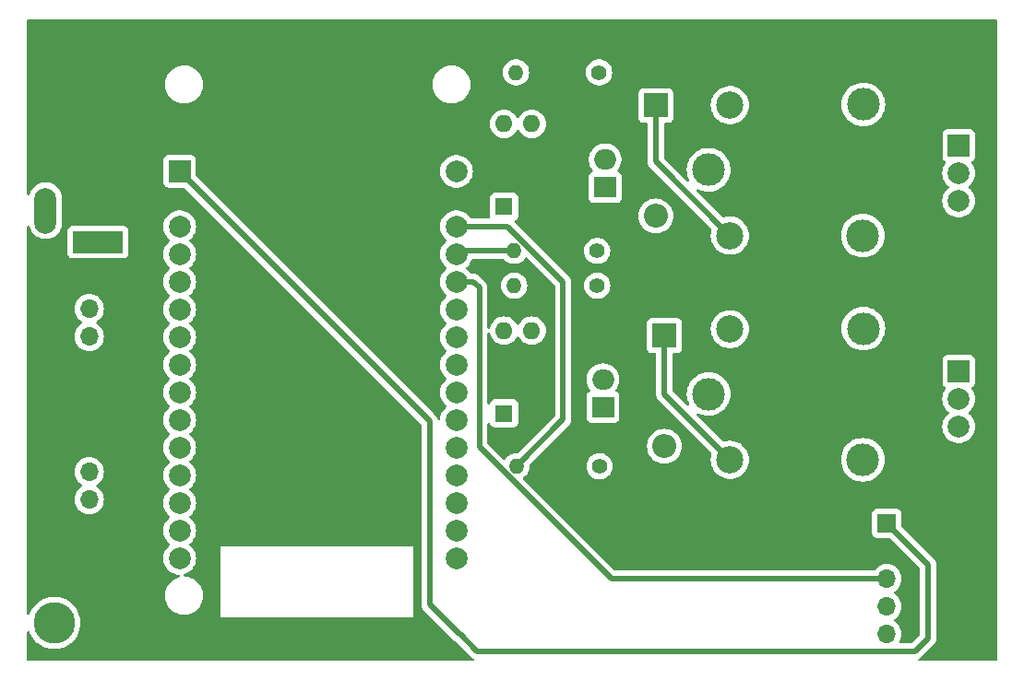
<source format=gbr>
%TF.GenerationSoftware,KiCad,Pcbnew,8.0.4+dfsg-1*%
%TF.CreationDate,2024-09-04T10:49:19-05:00*%
%TF.ProjectId,GreenHouse_automation,47726565-6e48-46f7-9573-655f6175746f,rev?*%
%TF.SameCoordinates,Original*%
%TF.FileFunction,Copper,L2,Bot*%
%TF.FilePolarity,Positive*%
%FSLAX46Y46*%
G04 Gerber Fmt 4.6, Leading zero omitted, Abs format (unit mm)*
G04 Created by KiCad (PCBNEW 8.0.4+dfsg-1) date 2024-09-04 10:49:19*
%MOMM*%
%LPD*%
G01*
G04 APERTURE LIST*
%TA.AperFunction,ComponentPad*%
%ADD10C,3.800000*%
%TD*%
%TA.AperFunction,ComponentPad*%
%ADD11R,1.700000X1.700000*%
%TD*%
%TA.AperFunction,ComponentPad*%
%ADD12O,1.700000X1.700000*%
%TD*%
%TA.AperFunction,ComponentPad*%
%ADD13R,2.000000X2.000000*%
%TD*%
%TA.AperFunction,ComponentPad*%
%ADD14C,2.000000*%
%TD*%
%TA.AperFunction,ComponentPad*%
%ADD15R,1.600000X1.600000*%
%TD*%
%TA.AperFunction,ComponentPad*%
%ADD16O,1.600000X1.600000*%
%TD*%
%TA.AperFunction,ComponentPad*%
%ADD17C,3.000000*%
%TD*%
%TA.AperFunction,ComponentPad*%
%ADD18C,2.500000*%
%TD*%
%TA.AperFunction,ComponentPad*%
%ADD19O,1.400000X1.400000*%
%TD*%
%TA.AperFunction,ComponentPad*%
%ADD20C,1.400000*%
%TD*%
%TA.AperFunction,ComponentPad*%
%ADD21R,2.200000X2.200000*%
%TD*%
%TA.AperFunction,ComponentPad*%
%ADD22O,2.200000X2.200000*%
%TD*%
%TA.AperFunction,ComponentPad*%
%ADD23R,2.000000X1.905000*%
%TD*%
%TA.AperFunction,ComponentPad*%
%ADD24O,2.000000X1.905000*%
%TD*%
%TA.AperFunction,ComponentPad*%
%ADD25R,4.600000X2.000000*%
%TD*%
%TA.AperFunction,ComponentPad*%
%ADD26O,4.200000X2.000000*%
%TD*%
%TA.AperFunction,ComponentPad*%
%ADD27O,2.000000X4.200000*%
%TD*%
%TA.AperFunction,Conductor*%
%ADD28C,0.500000*%
%TD*%
G04 APERTURE END LIST*
D10*
%TO.P,,1*%
%TO.N,GND*%
X87000000Y-55800000D03*
%TD*%
%TO.P,,1*%
%TO.N,GND*%
X87000000Y-55800000D03*
%TD*%
%TO.P,,1*%
%TO.N,GND*%
X87000000Y-55800000D03*
%TD*%
%TO.P,H3,1*%
%TO.N,GND*%
X87000000Y-55800000D03*
%TD*%
%TO.P,H4,1*%
%TO.N,N/C*%
X3000000Y-56000000D03*
%TD*%
D11*
%TO.P,J6,1,Pin_1*%
%TO.N,3V3*%
X79400000Y-46860000D03*
D12*
%TO.P,J6,2,Pin_2*%
%TO.N,GND*%
X79400000Y-49400000D03*
%TO.P,J6,3,Pin_3*%
%TO.N,D14*%
X79400000Y-51940000D03*
%TO.P,J6,4,Pin_4*%
%TO.N,D27*%
X79400000Y-54480000D03*
%TO.P,J6,5,Pin_5*%
%TO.N,D26*%
X79400000Y-57020000D03*
%TD*%
D13*
%TO.P,J3,1,Pin_1*%
%TO.N,Net-(J3-Pin_1)*%
X86000000Y-32860000D03*
D14*
%TO.P,J3,2,Pin_2*%
%TO.N,Net-(J3-Pin_2)*%
X86000000Y-35400000D03*
%TO.P,J3,3,Pin_3*%
%TO.N,Net-(J3-Pin_3)*%
X86000000Y-37940000D03*
%TD*%
D15*
%TO.P,U3,1*%
%TO.N,Net-(R4-Pad1)*%
X44275000Y-36750000D03*
D16*
%TO.P,U3,2*%
%TO.N,GND*%
X46815000Y-36750000D03*
%TO.P,U3,3*%
%TO.N,Net-(R3-Pad2)*%
X46815000Y-29130000D03*
%TO.P,U3,4*%
%TO.N,VIN*%
X44275000Y-29130000D03*
%TD*%
D17*
%TO.P,K1,1*%
%TO.N,Net-(J2-Pin_2)*%
X63050000Y-14350000D03*
D18*
%TO.P,K1,2*%
%TO.N,VIN*%
X65000000Y-20400000D03*
D17*
%TO.P,K1,3*%
%TO.N,Net-(J2-Pin_3)*%
X77200000Y-20400000D03*
%TO.P,K1,4*%
%TO.N,Net-(J2-Pin_1)*%
X77250000Y-8350000D03*
D18*
%TO.P,K1,5*%
%TO.N,Net-(D1-A)*%
X65000000Y-8400000D03*
%TD*%
D19*
%TO.P,R3,2*%
%TO.N,Net-(R3-Pad2)*%
X45210000Y-25000000D03*
D20*
%TO.P,R3,1*%
%TO.N,Net-(Q2-B)*%
X52830000Y-25000000D03*
%TD*%
D21*
%TO.P,D1,1,K*%
%TO.N,VIN*%
X58200000Y-8440000D03*
D22*
%TO.P,D1,2,A*%
%TO.N,Net-(D1-A)*%
X58200000Y-18600000D03*
%TD*%
D20*
%TO.P,R4,1*%
%TO.N,Net-(R4-Pad1)*%
X53030000Y-41600000D03*
D19*
%TO.P,R4,2*%
%TO.N,D13*%
X45410000Y-41600000D03*
%TD*%
D11*
%TO.P,J4,1,Pin_1*%
%TO.N,GND*%
X6200000Y-32200000D03*
D12*
%TO.P,J4,2,Pin_2*%
%TO.N,D34*%
X6200000Y-29660000D03*
%TO.P,J4,3,Pin_3*%
%TO.N,3V3*%
X6200000Y-27120000D03*
%TD*%
D23*
%TO.P,Q1,1,B*%
%TO.N,Net-(Q1-B)*%
X53550000Y-15950000D03*
D24*
%TO.P,Q1,2,C*%
%TO.N,Net-(D1-A)*%
X53550000Y-13410000D03*
%TO.P,Q1,3,E*%
%TO.N,GND*%
X53550000Y-10870000D03*
%TD*%
D15*
%TO.P,U2,1*%
%TO.N,Net-(R2-Pad1)*%
X44275000Y-17750000D03*
D16*
%TO.P,U2,2*%
%TO.N,GND*%
X46815000Y-17750000D03*
%TO.P,U2,3*%
%TO.N,Net-(R1-Pad2)*%
X46815000Y-10130000D03*
%TO.P,U2,4*%
%TO.N,VIN*%
X44275000Y-10130000D03*
%TD*%
D10*
%TO.P,H2,1*%
%TO.N,GND*%
X86800000Y-4200000D03*
%TD*%
%TO.P,H1,1*%
%TO.N,GND*%
X3400000Y-4000000D03*
%TD*%
D19*
%TO.P,R2,2*%
%TO.N,D12*%
X45200000Y-21800000D03*
D20*
%TO.P,R2,1*%
%TO.N,Net-(R2-Pad1)*%
X52820000Y-21800000D03*
%TD*%
D12*
%TO.P,J5,3,Pin_3*%
%TO.N,3V3*%
X6200000Y-42120000D03*
%TO.P,J5,2,Pin_2*%
%TO.N,D35*%
X6200000Y-44660000D03*
D11*
%TO.P,J5,1,Pin_1*%
%TO.N,GND*%
X6200000Y-47200000D03*
%TD*%
D20*
%TO.P,R1,1*%
%TO.N,Net-(Q1-B)*%
X53000000Y-5400000D03*
D19*
%TO.P,R1,2*%
%TO.N,Net-(R1-Pad2)*%
X45380000Y-5400000D03*
%TD*%
D25*
%TO.P,J1,1*%
%TO.N,VIN*%
X7000000Y-21000000D03*
D26*
%TO.P,J1,2*%
%TO.N,GND*%
X7000000Y-14700000D03*
D27*
%TO.P,J1,3*%
%TO.N,N/C*%
X2200000Y-18100000D03*
%TD*%
D21*
%TO.P,D2,1,K*%
%TO.N,VIN*%
X59000000Y-29600000D03*
D22*
%TO.P,D2,2,A*%
%TO.N,Net-(D2-A)*%
X59000000Y-39760000D03*
%TD*%
D23*
%TO.P,Q2,1,B*%
%TO.N,Net-(Q2-B)*%
X53345000Y-36140000D03*
D24*
%TO.P,Q2,2,C*%
%TO.N,Net-(D2-A)*%
X53345000Y-33600000D03*
%TO.P,Q2,3,E*%
%TO.N,GND*%
X53345000Y-31060000D03*
%TD*%
D13*
%TO.P,U1,1,3V3*%
%TO.N,3V3*%
X14500000Y-14485000D03*
D14*
%TO.P,U1,2,GND*%
%TO.N,GND*%
X14500000Y-17025000D03*
%TO.P,U1,3,D15*%
%TO.N,unconnected-(U1-D15-Pad3)*%
X14500000Y-19565000D03*
%TO.P,U1,4,D2*%
%TO.N,unconnected-(U1-D2-Pad4)*%
X14500000Y-22105000D03*
%TO.P,U1,5,D4*%
%TO.N,unconnected-(U1-D4-Pad5)*%
X14500000Y-24645000D03*
%TO.P,U1,6,RX2*%
%TO.N,unconnected-(U1-RX2-Pad6)*%
X14500000Y-27185000D03*
%TO.P,U1,7,TX2*%
%TO.N,unconnected-(U1-TX2-Pad7)*%
X14500000Y-29725000D03*
%TO.P,U1,8,D5*%
%TO.N,unconnected-(U1-D5-Pad8)*%
X14500000Y-32265000D03*
%TO.P,U1,9,D18*%
%TO.N,unconnected-(U1-D18-Pad9)*%
X14500000Y-34805000D03*
%TO.P,U1,10,D19*%
%TO.N,unconnected-(U1-D19-Pad10)*%
X14500000Y-37345000D03*
%TO.P,U1,11,D21*%
%TO.N,unconnected-(U1-D21-Pad11)*%
X14500000Y-39885000D03*
%TO.P,U1,12,RX0*%
%TO.N,unconnected-(U1-RX0-Pad12)*%
X14500000Y-42425000D03*
%TO.P,U1,13,TX0*%
%TO.N,unconnected-(U1-TX0-Pad13)*%
X14500000Y-44965000D03*
%TO.P,U1,14,D22*%
%TO.N,unconnected-(U1-D22-Pad14)*%
X14500000Y-47505000D03*
%TO.P,U1,15,D23*%
%TO.N,unconnected-(U1-D23-Pad15)*%
X14500000Y-50045000D03*
%TO.P,U1,16,EN*%
%TO.N,unconnected-(U1-EN-Pad16)*%
X39900000Y-50045000D03*
%TO.P,U1,17,VP*%
%TO.N,unconnected-(U1-VP-Pad17)*%
X39900000Y-47505000D03*
%TO.P,U1,18,VN*%
%TO.N,unconnected-(U1-VN-Pad18)*%
X39900000Y-44965000D03*
%TO.P,U1,19,D34*%
%TO.N,D34*%
X39900000Y-42425000D03*
%TO.P,U1,20,D35*%
%TO.N,D35*%
X39900000Y-39885000D03*
%TO.P,U1,21,D32*%
%TO.N,unconnected-(U1-D32-Pad21)*%
X39900000Y-37345000D03*
%TO.P,U1,22,D33*%
%TO.N,unconnected-(U1-D33-Pad22)*%
X39900000Y-34805000D03*
%TO.P,U1,23,D25*%
%TO.N,unconnected-(U1-D25-Pad23)*%
X39900000Y-32265000D03*
%TO.P,U1,24,D26*%
%TO.N,D26*%
X39900000Y-29725000D03*
%TO.P,U1,25,D27*%
%TO.N,D27*%
X39900000Y-27185000D03*
%TO.P,U1,26,D14*%
%TO.N,D14*%
X39900000Y-24645000D03*
%TO.P,U1,27,D12*%
%TO.N,D12*%
X39900000Y-22105000D03*
%TO.P,U1,28,D13*%
%TO.N,D13*%
X39900000Y-19565000D03*
%TO.P,U1,29,GND*%
%TO.N,GND*%
X39900000Y-17025000D03*
%TO.P,U1,30,VIN*%
%TO.N,VIN*%
X39900000Y-14485000D03*
%TD*%
D13*
%TO.P,J2,1,Pin_1*%
%TO.N,Net-(J2-Pin_1)*%
X86000000Y-12120000D03*
D14*
%TO.P,J2,2,Pin_2*%
%TO.N,Net-(J2-Pin_2)*%
X86000000Y-14660000D03*
%TO.P,J2,3,Pin_3*%
%TO.N,Net-(J2-Pin_3)*%
X86000000Y-17200000D03*
%TD*%
D17*
%TO.P,K2,1*%
%TO.N,Net-(J3-Pin_2)*%
X63050000Y-34950000D03*
D18*
%TO.P,K2,2*%
%TO.N,VIN*%
X65000000Y-41000000D03*
D17*
%TO.P,K2,3*%
%TO.N,Net-(J3-Pin_3)*%
X77200000Y-41000000D03*
%TO.P,K2,4*%
%TO.N,Net-(J3-Pin_1)*%
X77250000Y-28950000D03*
D18*
%TO.P,K2,5*%
%TO.N,Net-(D2-A)*%
X65000000Y-29000000D03*
%TD*%
D28*
%TO.N,3V3*%
X14500000Y-14485000D02*
X37430000Y-37415000D01*
X82000000Y-58600000D02*
X83200000Y-57400000D01*
X37430000Y-37415000D02*
X37430000Y-54303427D01*
X83200000Y-57400000D02*
X83200000Y-50660000D01*
X37430000Y-54303427D02*
X40146573Y-57020000D01*
X40146573Y-57020000D02*
X40220000Y-57020000D01*
X40220000Y-57020000D02*
X41800000Y-58600000D01*
X41800000Y-58600000D02*
X82000000Y-58600000D01*
X83200000Y-50660000D02*
X79400000Y-46860000D01*
%TO.N,D14*%
X41445000Y-24645000D02*
X42000000Y-25200000D01*
X39900000Y-24645000D02*
X41445000Y-24645000D01*
X54123654Y-51940000D02*
X79400000Y-51940000D01*
X42000000Y-25200000D02*
X42000000Y-39816346D01*
X42000000Y-39816346D02*
X54123654Y-51940000D01*
%TO.N,VIN*%
X65000000Y-20400000D02*
X58200000Y-13600000D01*
X58200000Y-13600000D02*
X58200000Y-8440000D01*
X59000000Y-29600000D02*
X59000000Y-35000000D01*
X59000000Y-35000000D02*
X65000000Y-41000000D01*
%TO.N,D13*%
X45410000Y-41600000D02*
X49700000Y-37310000D01*
X49700000Y-37310000D02*
X49700000Y-24673654D01*
X49700000Y-24673654D02*
X44591346Y-19565000D01*
X44591346Y-19565000D02*
X39900000Y-19565000D01*
%TO.N,D12*%
X45200000Y-21800000D02*
X40205000Y-21800000D01*
X40205000Y-21800000D02*
X39900000Y-22105000D01*
%TD*%
%TA.AperFunction,Conductor*%
%TO.N,GND*%
G36*
X89442539Y-520185D02*
G01*
X89488294Y-572989D01*
X89499500Y-624500D01*
X89499500Y-59375500D01*
X89479815Y-59442539D01*
X89427011Y-59488294D01*
X89375500Y-59499500D01*
X82411970Y-59499500D01*
X82344931Y-59479815D01*
X82299176Y-59427011D01*
X82289232Y-59357853D01*
X82318257Y-59294297D01*
X82350487Y-59268559D01*
X82350428Y-59268470D01*
X82351481Y-59267766D01*
X82353514Y-59266143D01*
X82355486Y-59265087D01*
X82355495Y-59265084D01*
X82404729Y-59232186D01*
X82478416Y-59182952D01*
X83782951Y-57878416D01*
X83865084Y-57755495D01*
X83921658Y-57618913D01*
X83945627Y-57498415D01*
X83950500Y-57473920D01*
X83950500Y-50586082D01*
X83950154Y-50584341D01*
X83940116Y-50533881D01*
X83921659Y-50441088D01*
X83867408Y-50310117D01*
X83865764Y-50305522D01*
X83782954Y-50181588D01*
X83782953Y-50181587D01*
X83782951Y-50181584D01*
X83678416Y-50077049D01*
X80786818Y-47185450D01*
X80753333Y-47124127D01*
X80750499Y-47097769D01*
X80750499Y-45962129D01*
X80750498Y-45962123D01*
X80750497Y-45962116D01*
X80744091Y-45902517D01*
X80739342Y-45889785D01*
X80693797Y-45767671D01*
X80693793Y-45767664D01*
X80607547Y-45652455D01*
X80607544Y-45652452D01*
X80492335Y-45566206D01*
X80492328Y-45566202D01*
X80357482Y-45515908D01*
X80357483Y-45515908D01*
X80297883Y-45509501D01*
X80297881Y-45509500D01*
X80297873Y-45509500D01*
X80297864Y-45509500D01*
X78502129Y-45509500D01*
X78502123Y-45509501D01*
X78442516Y-45515908D01*
X78307671Y-45566202D01*
X78307664Y-45566206D01*
X78192455Y-45652452D01*
X78192452Y-45652455D01*
X78106206Y-45767664D01*
X78106202Y-45767671D01*
X78055908Y-45902517D01*
X78052534Y-45933905D01*
X78049501Y-45962123D01*
X78049500Y-45962135D01*
X78049500Y-47757870D01*
X78049501Y-47757876D01*
X78055908Y-47817483D01*
X78106202Y-47952328D01*
X78106206Y-47952335D01*
X78192452Y-48067544D01*
X78192455Y-48067547D01*
X78307664Y-48153793D01*
X78307671Y-48153797D01*
X78442517Y-48204091D01*
X78442516Y-48204091D01*
X78449444Y-48204835D01*
X78502127Y-48210500D01*
X79637769Y-48210499D01*
X79704808Y-48230184D01*
X79725450Y-48246818D01*
X82413181Y-50934548D01*
X82446666Y-50995871D01*
X82449500Y-51022229D01*
X82449500Y-57037770D01*
X82429815Y-57104809D01*
X82413181Y-57125451D01*
X81725451Y-57813181D01*
X81664128Y-57846666D01*
X81637770Y-57849500D01*
X80697951Y-57849500D01*
X80630912Y-57829815D01*
X80585157Y-57777011D01*
X80575213Y-57707853D01*
X80585569Y-57673095D01*
X80597968Y-57646505D01*
X80673903Y-57483663D01*
X80735063Y-57255408D01*
X80755659Y-57020000D01*
X80735063Y-56784592D01*
X80673903Y-56556337D01*
X80574035Y-56342171D01*
X80566799Y-56331836D01*
X80438494Y-56148597D01*
X80271402Y-55981506D01*
X80271396Y-55981501D01*
X80085842Y-55851575D01*
X80042217Y-55796998D01*
X80035023Y-55727500D01*
X80066546Y-55665145D01*
X80085842Y-55648425D01*
X80108026Y-55632891D01*
X80271401Y-55518495D01*
X80438495Y-55351401D01*
X80574035Y-55157830D01*
X80673903Y-54943663D01*
X80735063Y-54715408D01*
X80755659Y-54480000D01*
X80735063Y-54244592D01*
X80673903Y-54016337D01*
X80574035Y-53802171D01*
X80511230Y-53712475D01*
X80438494Y-53608597D01*
X80271402Y-53441506D01*
X80271396Y-53441501D01*
X80085842Y-53311575D01*
X80042217Y-53256998D01*
X80035023Y-53187500D01*
X80066546Y-53125145D01*
X80085842Y-53108425D01*
X80108026Y-53092891D01*
X80271401Y-52978495D01*
X80438495Y-52811401D01*
X80574035Y-52617830D01*
X80673903Y-52403663D01*
X80735063Y-52175408D01*
X80755659Y-51940000D01*
X80735063Y-51704592D01*
X80673903Y-51476337D01*
X80574035Y-51262171D01*
X80523151Y-51189500D01*
X80438494Y-51068597D01*
X80271402Y-50901506D01*
X80271395Y-50901501D01*
X80077834Y-50765967D01*
X80077830Y-50765965D01*
X80068482Y-50761606D01*
X79863663Y-50666097D01*
X79863659Y-50666096D01*
X79863655Y-50666094D01*
X79635413Y-50604938D01*
X79635403Y-50604936D01*
X79400001Y-50584341D01*
X79399999Y-50584341D01*
X79164596Y-50604936D01*
X79164586Y-50604938D01*
X78936344Y-50666094D01*
X78936335Y-50666098D01*
X78722171Y-50765964D01*
X78722169Y-50765965D01*
X78528597Y-50901505D01*
X78361506Y-51068596D01*
X78313874Y-51136623D01*
X78259297Y-51180248D01*
X78212299Y-51189500D01*
X54485884Y-51189500D01*
X54418845Y-51169815D01*
X54398203Y-51153181D01*
X46043811Y-42798789D01*
X46010326Y-42737466D01*
X46015310Y-42667774D01*
X46057182Y-42611841D01*
X46066215Y-42605681D01*
X46096455Y-42586956D01*
X46136562Y-42562124D01*
X46300981Y-42412236D01*
X46435058Y-42234689D01*
X46534229Y-42035528D01*
X46595115Y-41821536D01*
X46615643Y-41600000D01*
X46615643Y-41599999D01*
X51824357Y-41599999D01*
X51824357Y-41600000D01*
X51844884Y-41821535D01*
X51844885Y-41821537D01*
X51905769Y-42035523D01*
X51905775Y-42035538D01*
X52004938Y-42234683D01*
X52004943Y-42234691D01*
X52139020Y-42412238D01*
X52303437Y-42562123D01*
X52303439Y-42562125D01*
X52492595Y-42679245D01*
X52492596Y-42679245D01*
X52492599Y-42679247D01*
X52700060Y-42759618D01*
X52918757Y-42800500D01*
X52918759Y-42800500D01*
X53141241Y-42800500D01*
X53141243Y-42800500D01*
X53359940Y-42759618D01*
X53567401Y-42679247D01*
X53756562Y-42562124D01*
X53920981Y-42412236D01*
X54055058Y-42234689D01*
X54154229Y-42035528D01*
X54215115Y-41821536D01*
X54235643Y-41600000D01*
X54215115Y-41378464D01*
X54154229Y-41164472D01*
X54154224Y-41164461D01*
X54055061Y-40965316D01*
X54055056Y-40965308D01*
X53920979Y-40787761D01*
X53756562Y-40637876D01*
X53756560Y-40637874D01*
X53567404Y-40520754D01*
X53567398Y-40520752D01*
X53359940Y-40440382D01*
X53141243Y-40399500D01*
X52918757Y-40399500D01*
X52700060Y-40440382D01*
X52601421Y-40478595D01*
X52492601Y-40520752D01*
X52492595Y-40520754D01*
X52303439Y-40637874D01*
X52303437Y-40637876D01*
X52139020Y-40787761D01*
X52004943Y-40965308D01*
X52004938Y-40965316D01*
X51905775Y-41164461D01*
X51905769Y-41164476D01*
X51844885Y-41378462D01*
X51844884Y-41378464D01*
X51824357Y-41599999D01*
X46615643Y-41599999D01*
X46608778Y-41525919D01*
X46622193Y-41457350D01*
X46644565Y-41426800D01*
X48311366Y-39760000D01*
X57394551Y-39760000D01*
X57414317Y-40011151D01*
X57473126Y-40256110D01*
X57569533Y-40488859D01*
X57701160Y-40703653D01*
X57701161Y-40703656D01*
X57752991Y-40764341D01*
X57864776Y-40895224D01*
X57978922Y-40992714D01*
X58056343Y-41058838D01*
X58056346Y-41058839D01*
X58271140Y-41190466D01*
X58442947Y-41261630D01*
X58503889Y-41286873D01*
X58748852Y-41345683D01*
X59000000Y-41365449D01*
X59251148Y-41345683D01*
X59496111Y-41286873D01*
X59728859Y-41190466D01*
X59943659Y-41058836D01*
X60135224Y-40895224D01*
X60298836Y-40703659D01*
X60430466Y-40488859D01*
X60526873Y-40256111D01*
X60585683Y-40011148D01*
X60605449Y-39760000D01*
X60585683Y-39508852D01*
X60526873Y-39263889D01*
X60490316Y-39175633D01*
X60430466Y-39031140D01*
X60298839Y-38816346D01*
X60298838Y-38816343D01*
X60261875Y-38773066D01*
X60135224Y-38624776D01*
X60008571Y-38516604D01*
X59943656Y-38461161D01*
X59943653Y-38461160D01*
X59728859Y-38329533D01*
X59496110Y-38233126D01*
X59251151Y-38174317D01*
X59000000Y-38154551D01*
X58748848Y-38174317D01*
X58503889Y-38233126D01*
X58271140Y-38329533D01*
X58056346Y-38461160D01*
X58056343Y-38461161D01*
X57864776Y-38624776D01*
X57701161Y-38816343D01*
X57701160Y-38816346D01*
X57569533Y-39031140D01*
X57473126Y-39263889D01*
X57414317Y-39508848D01*
X57394551Y-39760000D01*
X48311366Y-39760000D01*
X50282951Y-37788416D01*
X50365084Y-37665495D01*
X50421658Y-37528913D01*
X50437346Y-37450046D01*
X50450500Y-37383920D01*
X50450500Y-33485646D01*
X51844500Y-33485646D01*
X51844500Y-33714353D01*
X51880278Y-33940246D01*
X51880278Y-33940249D01*
X51950950Y-34157755D01*
X51950952Y-34157758D01*
X52054783Y-34361538D01*
X52187525Y-34544242D01*
X52211005Y-34610046D01*
X52195180Y-34678100D01*
X52145074Y-34726795D01*
X52130541Y-34733308D01*
X52102670Y-34743703D01*
X52102664Y-34743706D01*
X51987455Y-34829952D01*
X51987452Y-34829955D01*
X51901206Y-34945164D01*
X51901202Y-34945171D01*
X51850908Y-35080017D01*
X51844501Y-35139616D01*
X51844501Y-35139623D01*
X51844500Y-35139635D01*
X51844500Y-37140370D01*
X51844501Y-37140376D01*
X51850908Y-37199983D01*
X51901202Y-37334828D01*
X51901206Y-37334835D01*
X51987452Y-37450044D01*
X51987455Y-37450047D01*
X52102664Y-37536293D01*
X52102671Y-37536297D01*
X52237517Y-37586591D01*
X52237516Y-37586591D01*
X52244444Y-37587335D01*
X52297127Y-37593000D01*
X54392872Y-37592999D01*
X54452483Y-37586591D01*
X54587331Y-37536296D01*
X54702546Y-37450046D01*
X54788796Y-37334831D01*
X54839091Y-37199983D01*
X54845500Y-37140373D01*
X54845499Y-35139628D01*
X54839091Y-35080017D01*
X54836816Y-35073918D01*
X54788797Y-34945171D01*
X54788793Y-34945164D01*
X54702547Y-34829955D01*
X54702544Y-34829952D01*
X54587335Y-34743706D01*
X54587328Y-34743702D01*
X54559459Y-34733308D01*
X54503525Y-34691437D01*
X54479108Y-34625973D01*
X54493960Y-34557700D01*
X54502460Y-34544260D01*
X54635217Y-34361538D01*
X54739048Y-34157758D01*
X54809722Y-33940245D01*
X54845500Y-33714354D01*
X54845500Y-33485646D01*
X54809722Y-33259755D01*
X54809721Y-33259751D01*
X54809721Y-33259750D01*
X54739049Y-33042244D01*
X54635216Y-32838461D01*
X54500786Y-32653434D01*
X54339066Y-32491714D01*
X54154038Y-32357283D01*
X53950255Y-32253450D01*
X53732748Y-32182778D01*
X53563326Y-32155944D01*
X53506854Y-32147000D01*
X53183146Y-32147000D01*
X53107849Y-32158926D01*
X52957253Y-32182778D01*
X52957250Y-32182778D01*
X52739744Y-32253450D01*
X52535961Y-32357283D01*
X52430396Y-32433980D01*
X52350934Y-32491714D01*
X52350932Y-32491716D01*
X52350931Y-32491716D01*
X52189216Y-32653431D01*
X52189216Y-32653432D01*
X52189214Y-32653434D01*
X52131480Y-32732896D01*
X52054783Y-32838461D01*
X51950950Y-33042244D01*
X51880278Y-33259750D01*
X51880278Y-33259753D01*
X51844500Y-33485646D01*
X50450500Y-33485646D01*
X50450500Y-28452135D01*
X57399500Y-28452135D01*
X57399500Y-30747870D01*
X57399501Y-30747876D01*
X57405908Y-30807483D01*
X57456202Y-30942328D01*
X57456206Y-30942335D01*
X57542452Y-31057544D01*
X57542455Y-31057547D01*
X57657664Y-31143793D01*
X57657671Y-31143797D01*
X57693773Y-31157262D01*
X57792517Y-31194091D01*
X57852127Y-31200500D01*
X58125501Y-31200499D01*
X58192539Y-31220183D01*
X58238294Y-31272987D01*
X58249500Y-31324499D01*
X58249500Y-35073918D01*
X58249500Y-35073920D01*
X58249499Y-35073920D01*
X58278340Y-35218907D01*
X58278343Y-35218917D01*
X58334913Y-35355490D01*
X58334914Y-35355492D01*
X58359067Y-35391639D01*
X58359068Y-35391641D01*
X58417043Y-35478410D01*
X58417047Y-35478415D01*
X63292999Y-40354367D01*
X63326484Y-40415690D01*
X63323810Y-40478595D01*
X63322578Y-40482586D01*
X63264197Y-40738374D01*
X63264196Y-40738379D01*
X63244592Y-40999995D01*
X63244592Y-41000004D01*
X63264196Y-41261620D01*
X63264197Y-41261625D01*
X63322576Y-41517402D01*
X63322578Y-41517411D01*
X63322580Y-41517416D01*
X63418432Y-41761643D01*
X63549614Y-41988857D01*
X63654196Y-42119999D01*
X63713198Y-42193985D01*
X63887167Y-42355403D01*
X63905521Y-42372433D01*
X64122296Y-42520228D01*
X64122301Y-42520230D01*
X64122302Y-42520231D01*
X64122303Y-42520232D01*
X64209292Y-42562123D01*
X64358673Y-42634061D01*
X64358674Y-42634061D01*
X64358677Y-42634063D01*
X64609385Y-42711396D01*
X64868818Y-42750500D01*
X65131182Y-42750500D01*
X65390615Y-42711396D01*
X65641323Y-42634063D01*
X65877704Y-42520228D01*
X66094479Y-42372433D01*
X66286805Y-42193981D01*
X66450386Y-41988857D01*
X66581568Y-41761643D01*
X66677420Y-41517416D01*
X66735802Y-41261630D01*
X66737100Y-41244313D01*
X66755408Y-41000004D01*
X66755408Y-40999998D01*
X75194390Y-40999998D01*
X75194390Y-41000001D01*
X75214804Y-41285433D01*
X75275628Y-41565037D01*
X75275630Y-41565043D01*
X75275631Y-41565046D01*
X75375633Y-41833161D01*
X75375635Y-41833166D01*
X75512770Y-42084309D01*
X75512775Y-42084317D01*
X75684254Y-42313387D01*
X75684270Y-42313405D01*
X75886594Y-42515729D01*
X75886612Y-42515745D01*
X76115682Y-42687224D01*
X76115690Y-42687229D01*
X76366833Y-42824364D01*
X76366832Y-42824364D01*
X76366836Y-42824365D01*
X76366839Y-42824367D01*
X76634954Y-42924369D01*
X76634960Y-42924370D01*
X76634962Y-42924371D01*
X76914566Y-42985195D01*
X76914568Y-42985195D01*
X76914572Y-42985196D01*
X77168220Y-43003337D01*
X77199999Y-43005610D01*
X77200000Y-43005610D01*
X77200001Y-43005610D01*
X77228595Y-43003564D01*
X77485428Y-42985196D01*
X77765046Y-42924369D01*
X78033161Y-42824367D01*
X78284315Y-42687226D01*
X78513395Y-42515739D01*
X78715739Y-42313395D01*
X78887226Y-42084315D01*
X79024367Y-41833161D01*
X79124369Y-41565046D01*
X79185196Y-41285428D01*
X79205610Y-41000000D01*
X79205424Y-40997405D01*
X79194603Y-40846097D01*
X79185196Y-40714572D01*
X79182821Y-40703656D01*
X79124371Y-40434962D01*
X79124370Y-40434960D01*
X79124369Y-40434954D01*
X79024367Y-40166839D01*
X79005793Y-40132824D01*
X78887229Y-39915690D01*
X78887224Y-39915682D01*
X78715745Y-39686612D01*
X78715729Y-39686594D01*
X78513405Y-39484270D01*
X78513387Y-39484254D01*
X78284317Y-39312775D01*
X78284309Y-39312770D01*
X78033166Y-39175635D01*
X78033167Y-39175635D01*
X77925915Y-39135632D01*
X77765046Y-39075631D01*
X77765043Y-39075630D01*
X77765037Y-39075628D01*
X77485433Y-39014804D01*
X77200001Y-38994390D01*
X77199999Y-38994390D01*
X76914566Y-39014804D01*
X76634962Y-39075628D01*
X76366833Y-39175635D01*
X76115690Y-39312770D01*
X76115682Y-39312775D01*
X75886612Y-39484254D01*
X75886594Y-39484270D01*
X75684270Y-39686594D01*
X75684254Y-39686612D01*
X75512775Y-39915682D01*
X75512770Y-39915690D01*
X75375635Y-40166833D01*
X75275628Y-40434962D01*
X75214804Y-40714566D01*
X75194390Y-40999998D01*
X66755408Y-40999998D01*
X66755408Y-40999995D01*
X66735803Y-40738379D01*
X66735802Y-40738374D01*
X66735802Y-40738370D01*
X66677420Y-40482584D01*
X66581568Y-40238357D01*
X66450386Y-40011143D01*
X66286805Y-39806019D01*
X66286804Y-39806018D01*
X66286801Y-39806014D01*
X66094479Y-39627567D01*
X66051734Y-39598424D01*
X65877704Y-39479772D01*
X65877700Y-39479770D01*
X65877697Y-39479768D01*
X65877696Y-39479767D01*
X65641325Y-39365938D01*
X65641327Y-39365938D01*
X65390623Y-39288606D01*
X65390619Y-39288605D01*
X65390615Y-39288604D01*
X65265823Y-39269794D01*
X65131187Y-39249500D01*
X65131182Y-39249500D01*
X64868818Y-39249500D01*
X64868812Y-39249500D01*
X64707247Y-39273853D01*
X64609385Y-39288604D01*
X64609382Y-39288605D01*
X64609372Y-39288607D01*
X64482522Y-39327735D01*
X64412659Y-39328685D01*
X64358292Y-39296925D01*
X61987161Y-36925793D01*
X61953676Y-36864470D01*
X61958660Y-36794778D01*
X62000532Y-36738845D01*
X62065996Y-36714428D01*
X62134269Y-36729280D01*
X62216839Y-36774367D01*
X62484954Y-36874369D01*
X62484960Y-36874370D01*
X62484962Y-36874371D01*
X62764566Y-36935195D01*
X62764568Y-36935195D01*
X62764572Y-36935196D01*
X63018220Y-36953337D01*
X63049999Y-36955610D01*
X63050000Y-36955610D01*
X63050001Y-36955610D01*
X63078595Y-36953564D01*
X63335428Y-36935196D01*
X63615046Y-36874369D01*
X63883161Y-36774367D01*
X64134315Y-36637226D01*
X64363395Y-36465739D01*
X64565739Y-36263395D01*
X64737226Y-36034315D01*
X64874367Y-35783161D01*
X64974369Y-35515046D01*
X64999397Y-35399994D01*
X84494357Y-35399994D01*
X84494357Y-35400005D01*
X84514890Y-35647812D01*
X84514892Y-35647824D01*
X84575936Y-35888881D01*
X84675826Y-36116606D01*
X84811833Y-36324782D01*
X84811836Y-36324785D01*
X84980256Y-36507738D01*
X85063008Y-36572147D01*
X85103821Y-36628857D01*
X85107496Y-36698630D01*
X85072864Y-36759313D01*
X85063014Y-36767848D01*
X85004400Y-36813469D01*
X84980257Y-36832261D01*
X84811833Y-37015217D01*
X84675826Y-37223393D01*
X84575936Y-37451118D01*
X84514892Y-37692175D01*
X84514890Y-37692187D01*
X84494357Y-37939994D01*
X84494357Y-37940005D01*
X84514890Y-38187812D01*
X84514892Y-38187824D01*
X84575936Y-38428881D01*
X84675826Y-38656606D01*
X84811833Y-38864782D01*
X84811836Y-38864785D01*
X84980256Y-39047738D01*
X85176491Y-39200474D01*
X85395190Y-39318828D01*
X85630386Y-39399571D01*
X85875665Y-39440500D01*
X86124335Y-39440500D01*
X86369614Y-39399571D01*
X86604810Y-39318828D01*
X86823509Y-39200474D01*
X87019744Y-39047738D01*
X87188164Y-38864785D01*
X87324173Y-38656607D01*
X87424063Y-38428881D01*
X87485108Y-38187821D01*
X87487865Y-38154551D01*
X87505643Y-37940005D01*
X87505643Y-37939994D01*
X87485109Y-37692187D01*
X87485107Y-37692175D01*
X87424063Y-37451118D01*
X87324173Y-37223393D01*
X87188166Y-37015217D01*
X87133294Y-36955610D01*
X87019744Y-36832262D01*
X86936991Y-36767852D01*
X86896179Y-36711143D01*
X86892504Y-36641370D01*
X86927136Y-36580687D01*
X86936985Y-36572151D01*
X87019744Y-36507738D01*
X87188164Y-36324785D01*
X87324173Y-36116607D01*
X87424063Y-35888881D01*
X87485108Y-35647821D01*
X87489696Y-35592452D01*
X87505643Y-35400005D01*
X87505643Y-35399994D01*
X87485109Y-35152187D01*
X87485107Y-35152175D01*
X87424063Y-34911118D01*
X87326690Y-34689132D01*
X87324173Y-34683393D01*
X87193256Y-34483009D01*
X87173070Y-34416122D01*
X87192250Y-34348936D01*
X87237642Y-34306356D01*
X87242323Y-34303798D01*
X87242331Y-34303796D01*
X87357546Y-34217546D01*
X87443796Y-34102331D01*
X87494091Y-33967483D01*
X87500500Y-33907873D01*
X87500499Y-31812128D01*
X87494091Y-31752517D01*
X87443796Y-31617669D01*
X87443795Y-31617668D01*
X87443793Y-31617664D01*
X87357547Y-31502455D01*
X87357544Y-31502452D01*
X87242335Y-31416206D01*
X87242328Y-31416202D01*
X87107482Y-31365908D01*
X87107483Y-31365908D01*
X87047883Y-31359501D01*
X87047881Y-31359500D01*
X87047873Y-31359500D01*
X87047864Y-31359500D01*
X84952129Y-31359500D01*
X84952123Y-31359501D01*
X84892516Y-31365908D01*
X84757671Y-31416202D01*
X84757664Y-31416206D01*
X84642455Y-31502452D01*
X84642452Y-31502455D01*
X84556206Y-31617664D01*
X84556202Y-31617671D01*
X84505908Y-31752517D01*
X84503371Y-31776119D01*
X84499501Y-31812123D01*
X84499500Y-31812135D01*
X84499500Y-33907870D01*
X84499501Y-33907876D01*
X84505908Y-33967483D01*
X84556202Y-34102328D01*
X84556206Y-34102335D01*
X84642452Y-34217544D01*
X84642455Y-34217547D01*
X84757664Y-34303793D01*
X84762361Y-34306358D01*
X84811766Y-34355764D01*
X84826617Y-34424037D01*
X84806742Y-34483011D01*
X84675826Y-34683393D01*
X84575936Y-34911118D01*
X84514892Y-35152175D01*
X84514890Y-35152187D01*
X84494357Y-35399994D01*
X64999397Y-35399994D01*
X65001214Y-35391641D01*
X65035195Y-35235433D01*
X65035195Y-35235432D01*
X65035196Y-35235428D01*
X65055610Y-34950000D01*
X65055264Y-34945169D01*
X65045240Y-34805005D01*
X65035196Y-34664572D01*
X65035099Y-34664128D01*
X64974371Y-34384962D01*
X64974370Y-34384960D01*
X64974369Y-34384954D01*
X64874367Y-34116839D01*
X64866443Y-34102328D01*
X64737229Y-33865690D01*
X64737224Y-33865682D01*
X64565745Y-33636612D01*
X64565729Y-33636594D01*
X64363405Y-33434270D01*
X64363387Y-33434254D01*
X64134317Y-33262775D01*
X64134309Y-33262770D01*
X63883166Y-33125635D01*
X63883167Y-33125635D01*
X63775915Y-33085632D01*
X63615046Y-33025631D01*
X63615043Y-33025630D01*
X63615037Y-33025628D01*
X63335433Y-32964804D01*
X63050001Y-32944390D01*
X63049999Y-32944390D01*
X62764566Y-32964804D01*
X62484962Y-33025628D01*
X62216833Y-33125635D01*
X61965690Y-33262770D01*
X61965682Y-33262775D01*
X61736612Y-33434254D01*
X61736594Y-33434270D01*
X61534270Y-33636594D01*
X61534254Y-33636612D01*
X61362775Y-33865682D01*
X61362770Y-33865690D01*
X61225635Y-34116833D01*
X61125628Y-34384962D01*
X61064804Y-34664566D01*
X61044390Y-34949998D01*
X61044390Y-34950001D01*
X61064804Y-35235433D01*
X61125628Y-35515037D01*
X61225635Y-35783167D01*
X61225638Y-35783173D01*
X61270718Y-35865731D01*
X61285570Y-35934004D01*
X61261153Y-35999468D01*
X61205219Y-36041339D01*
X61135527Y-36046323D01*
X61074206Y-36012838D01*
X59786819Y-34725451D01*
X59753334Y-34664128D01*
X59750500Y-34637770D01*
X59750500Y-31324499D01*
X59770185Y-31257460D01*
X59822989Y-31211705D01*
X59874500Y-31200499D01*
X60147871Y-31200499D01*
X60147872Y-31200499D01*
X60207483Y-31194091D01*
X60342331Y-31143796D01*
X60457546Y-31057546D01*
X60543796Y-30942331D01*
X60594091Y-30807483D01*
X60600500Y-30747873D01*
X60600499Y-28999995D01*
X63244592Y-28999995D01*
X63244592Y-29000004D01*
X63264196Y-29261620D01*
X63264197Y-29261625D01*
X63322576Y-29517402D01*
X63322578Y-29517411D01*
X63322580Y-29517416D01*
X63418432Y-29761643D01*
X63549614Y-29988857D01*
X63657112Y-30123655D01*
X63713198Y-30193985D01*
X63788016Y-30263405D01*
X63905521Y-30372433D01*
X64122296Y-30520228D01*
X64122301Y-30520230D01*
X64122302Y-30520231D01*
X64122303Y-30520232D01*
X64247843Y-30580688D01*
X64358673Y-30634061D01*
X64358674Y-30634061D01*
X64358677Y-30634063D01*
X64609385Y-30711396D01*
X64868818Y-30750500D01*
X65131182Y-30750500D01*
X65390615Y-30711396D01*
X65641323Y-30634063D01*
X65854503Y-30531401D01*
X65877696Y-30520232D01*
X65877696Y-30520231D01*
X65877704Y-30520228D01*
X66094479Y-30372433D01*
X66286805Y-30193981D01*
X66450386Y-29988857D01*
X66581568Y-29761643D01*
X66677420Y-29517416D01*
X66735802Y-29261630D01*
X66737766Y-29235428D01*
X66755408Y-29000004D01*
X66755408Y-28999995D01*
X66751661Y-28949998D01*
X75244390Y-28949998D01*
X75244390Y-28950001D01*
X75264804Y-29235433D01*
X75325628Y-29515037D01*
X75325630Y-29515043D01*
X75325631Y-29515046D01*
X75425473Y-29782732D01*
X75425635Y-29783166D01*
X75562770Y-30034309D01*
X75562775Y-30034317D01*
X75734254Y-30263387D01*
X75734270Y-30263405D01*
X75936594Y-30465729D01*
X75936612Y-30465745D01*
X76165682Y-30637224D01*
X76165690Y-30637229D01*
X76416833Y-30774364D01*
X76416832Y-30774364D01*
X76416836Y-30774365D01*
X76416839Y-30774367D01*
X76684954Y-30874369D01*
X76684960Y-30874370D01*
X76684962Y-30874371D01*
X76964566Y-30935195D01*
X76964568Y-30935195D01*
X76964572Y-30935196D01*
X77218220Y-30953337D01*
X77249999Y-30955610D01*
X77250000Y-30955610D01*
X77250001Y-30955610D01*
X77278595Y-30953564D01*
X77535428Y-30935196D01*
X77815046Y-30874369D01*
X78083161Y-30774367D01*
X78334315Y-30637226D01*
X78563395Y-30465739D01*
X78765739Y-30263395D01*
X78937226Y-30034315D01*
X79074367Y-29783161D01*
X79174369Y-29515046D01*
X79194047Y-29424586D01*
X79235195Y-29235433D01*
X79235195Y-29235432D01*
X79235196Y-29235428D01*
X79255610Y-28950000D01*
X79235196Y-28664572D01*
X79233698Y-28657687D01*
X79174371Y-28384962D01*
X79174370Y-28384960D01*
X79174369Y-28384954D01*
X79074367Y-28116839D01*
X79016652Y-28011143D01*
X78937229Y-27865690D01*
X78937224Y-27865682D01*
X78765745Y-27636612D01*
X78765729Y-27636594D01*
X78563405Y-27434270D01*
X78563387Y-27434254D01*
X78334317Y-27262775D01*
X78334309Y-27262770D01*
X78083166Y-27125635D01*
X78083167Y-27125635D01*
X77975915Y-27085632D01*
X77815046Y-27025631D01*
X77815043Y-27025630D01*
X77815037Y-27025628D01*
X77535433Y-26964804D01*
X77250001Y-26944390D01*
X77249999Y-26944390D01*
X76964566Y-26964804D01*
X76684962Y-27025628D01*
X76416833Y-27125635D01*
X76165690Y-27262770D01*
X76165682Y-27262775D01*
X75936612Y-27434254D01*
X75936594Y-27434270D01*
X75734270Y-27636594D01*
X75734254Y-27636612D01*
X75562775Y-27865682D01*
X75562770Y-27865690D01*
X75425635Y-28116833D01*
X75325628Y-28384962D01*
X75264804Y-28664566D01*
X75244390Y-28949998D01*
X66751661Y-28949998D01*
X66735803Y-28738379D01*
X66735802Y-28738374D01*
X66735802Y-28738370D01*
X66677420Y-28482584D01*
X66581568Y-28238357D01*
X66450386Y-28011143D01*
X66286805Y-27806019D01*
X66286804Y-27806018D01*
X66286801Y-27806014D01*
X66094479Y-27627567D01*
X66030085Y-27583664D01*
X65877704Y-27479772D01*
X65877700Y-27479770D01*
X65877697Y-27479768D01*
X65877696Y-27479767D01*
X65641325Y-27365938D01*
X65641327Y-27365938D01*
X65390623Y-27288606D01*
X65390619Y-27288605D01*
X65390615Y-27288604D01*
X65265823Y-27269794D01*
X65131187Y-27249500D01*
X65131182Y-27249500D01*
X64868818Y-27249500D01*
X64868812Y-27249500D01*
X64707247Y-27273853D01*
X64609385Y-27288604D01*
X64609382Y-27288605D01*
X64609376Y-27288606D01*
X64358673Y-27365938D01*
X64122303Y-27479767D01*
X64122302Y-27479768D01*
X63905520Y-27627567D01*
X63713198Y-27806014D01*
X63549614Y-28011143D01*
X63418432Y-28238356D01*
X63322582Y-28482578D01*
X63322576Y-28482597D01*
X63264197Y-28738374D01*
X63264196Y-28738379D01*
X63244592Y-28999995D01*
X60600499Y-28999995D01*
X60600499Y-28452128D01*
X60594091Y-28392517D01*
X60593152Y-28390000D01*
X60543797Y-28257671D01*
X60543793Y-28257664D01*
X60457547Y-28142455D01*
X60457544Y-28142452D01*
X60342335Y-28056206D01*
X60342328Y-28056202D01*
X60207482Y-28005908D01*
X60207483Y-28005908D01*
X60147883Y-27999501D01*
X60147881Y-27999500D01*
X60147873Y-27999500D01*
X60147864Y-27999500D01*
X57852129Y-27999500D01*
X57852123Y-27999501D01*
X57792516Y-28005908D01*
X57657671Y-28056202D01*
X57657664Y-28056206D01*
X57542455Y-28142452D01*
X57542452Y-28142455D01*
X57456206Y-28257664D01*
X57456202Y-28257671D01*
X57405908Y-28392517D01*
X57400215Y-28445474D01*
X57399501Y-28452123D01*
X57399500Y-28452135D01*
X50450500Y-28452135D01*
X50450500Y-24999999D01*
X51624357Y-24999999D01*
X51624357Y-25000000D01*
X51644884Y-25221535D01*
X51644885Y-25221537D01*
X51705769Y-25435523D01*
X51705775Y-25435538D01*
X51804938Y-25634683D01*
X51804943Y-25634691D01*
X51939020Y-25812238D01*
X52103437Y-25962123D01*
X52103439Y-25962125D01*
X52292595Y-26079245D01*
X52292596Y-26079245D01*
X52292599Y-26079247D01*
X52500060Y-26159618D01*
X52718757Y-26200500D01*
X52718759Y-26200500D01*
X52941241Y-26200500D01*
X52941243Y-26200500D01*
X53159940Y-26159618D01*
X53367401Y-26079247D01*
X53556562Y-25962124D01*
X53720981Y-25812236D01*
X53855058Y-25634689D01*
X53954229Y-25435528D01*
X54015115Y-25221536D01*
X54035643Y-25000000D01*
X54015115Y-24778464D01*
X53954229Y-24564472D01*
X53899592Y-24454746D01*
X53855061Y-24365316D01*
X53855056Y-24365308D01*
X53720979Y-24187761D01*
X53556562Y-24037876D01*
X53556560Y-24037874D01*
X53367404Y-23920754D01*
X53367398Y-23920752D01*
X53159940Y-23840382D01*
X52941243Y-23799500D01*
X52718757Y-23799500D01*
X52500060Y-23840382D01*
X52368864Y-23891207D01*
X52292601Y-23920752D01*
X52292595Y-23920754D01*
X52103439Y-24037874D01*
X52103437Y-24037876D01*
X51939020Y-24187761D01*
X51804943Y-24365308D01*
X51804938Y-24365316D01*
X51705775Y-24564461D01*
X51705769Y-24564476D01*
X51644885Y-24778462D01*
X51644884Y-24778464D01*
X51624357Y-24999999D01*
X50450500Y-24999999D01*
X50450500Y-24599733D01*
X50421659Y-24454746D01*
X50421658Y-24454745D01*
X50421658Y-24454741D01*
X50421656Y-24454736D01*
X50365086Y-24318163D01*
X50365085Y-24318161D01*
X50332186Y-24268924D01*
X50332185Y-24268922D01*
X50282956Y-24195243D01*
X50282952Y-24195238D01*
X47887713Y-21799999D01*
X51614357Y-21799999D01*
X51614357Y-21800000D01*
X51634884Y-22021535D01*
X51634885Y-22021537D01*
X51695769Y-22235523D01*
X51695775Y-22235538D01*
X51794938Y-22434683D01*
X51794943Y-22434691D01*
X51929020Y-22612238D01*
X52093437Y-22762123D01*
X52093439Y-22762125D01*
X52282595Y-22879245D01*
X52282596Y-22879245D01*
X52282599Y-22879247D01*
X52490060Y-22959618D01*
X52708757Y-23000500D01*
X52708759Y-23000500D01*
X52931241Y-23000500D01*
X52931243Y-23000500D01*
X53149940Y-22959618D01*
X53357401Y-22879247D01*
X53546562Y-22762124D01*
X53710981Y-22612236D01*
X53845058Y-22434689D01*
X53944229Y-22235528D01*
X54005115Y-22021536D01*
X54025643Y-21800000D01*
X54023088Y-21772432D01*
X54005115Y-21578464D01*
X54005114Y-21578462D01*
X53978325Y-21484309D01*
X53944229Y-21364472D01*
X53878846Y-21233166D01*
X53845061Y-21165316D01*
X53845056Y-21165308D01*
X53710979Y-20987761D01*
X53546562Y-20837876D01*
X53546560Y-20837874D01*
X53357404Y-20720754D01*
X53357398Y-20720752D01*
X53149940Y-20640382D01*
X52931243Y-20599500D01*
X52708757Y-20599500D01*
X52490060Y-20640382D01*
X52435239Y-20661620D01*
X52282601Y-20720752D01*
X52282595Y-20720754D01*
X52093439Y-20837874D01*
X52093437Y-20837876D01*
X51929020Y-20987761D01*
X51794943Y-21165308D01*
X51794938Y-21165316D01*
X51695775Y-21364461D01*
X51695769Y-21364476D01*
X51634885Y-21578462D01*
X51634884Y-21578464D01*
X51614357Y-21799999D01*
X47887713Y-21799999D01*
X45281927Y-19194213D01*
X45248442Y-19132890D01*
X45253426Y-19063198D01*
X45295298Y-19007265D01*
X45310184Y-18997698D01*
X45317323Y-18993798D01*
X45317331Y-18993796D01*
X45432546Y-18907546D01*
X45518796Y-18792331D01*
X45569091Y-18657483D01*
X45575271Y-18600000D01*
X56594551Y-18600000D01*
X56614317Y-18851151D01*
X56673126Y-19096110D01*
X56769533Y-19328859D01*
X56901160Y-19543653D01*
X56901161Y-19543656D01*
X56956205Y-19608104D01*
X57064776Y-19735224D01*
X57155634Y-19812824D01*
X57256343Y-19898838D01*
X57256346Y-19898839D01*
X57471140Y-20030466D01*
X57674177Y-20114566D01*
X57703889Y-20126873D01*
X57948852Y-20185683D01*
X58200000Y-20205449D01*
X58451148Y-20185683D01*
X58696111Y-20126873D01*
X58928859Y-20030466D01*
X59143659Y-19898836D01*
X59335224Y-19735224D01*
X59498836Y-19543659D01*
X59630466Y-19328859D01*
X59726873Y-19096111D01*
X59785683Y-18851148D01*
X59805449Y-18600000D01*
X59785683Y-18348852D01*
X59726873Y-18103889D01*
X59630466Y-17871141D01*
X59630466Y-17871140D01*
X59498839Y-17656346D01*
X59498838Y-17656343D01*
X59461875Y-17613066D01*
X59335224Y-17464776D01*
X59196498Y-17346293D01*
X59143656Y-17301161D01*
X59143653Y-17301160D01*
X58928859Y-17169533D01*
X58696110Y-17073126D01*
X58451151Y-17014317D01*
X58200000Y-16994551D01*
X57948848Y-17014317D01*
X57703889Y-17073126D01*
X57471140Y-17169533D01*
X57256346Y-17301160D01*
X57256343Y-17301161D01*
X57064776Y-17464776D01*
X56901161Y-17656343D01*
X56901160Y-17656346D01*
X56769533Y-17871140D01*
X56673126Y-18103889D01*
X56614317Y-18348848D01*
X56594551Y-18600000D01*
X45575271Y-18600000D01*
X45575500Y-18597873D01*
X45575499Y-16902128D01*
X45569091Y-16842517D01*
X45520082Y-16711118D01*
X45518797Y-16707671D01*
X45518793Y-16707664D01*
X45432547Y-16592455D01*
X45432544Y-16592452D01*
X45317335Y-16506206D01*
X45317328Y-16506202D01*
X45182482Y-16455908D01*
X45182483Y-16455908D01*
X45122883Y-16449501D01*
X45122881Y-16449500D01*
X45122873Y-16449500D01*
X45122864Y-16449500D01*
X43427129Y-16449500D01*
X43427123Y-16449501D01*
X43367516Y-16455908D01*
X43232671Y-16506202D01*
X43232664Y-16506206D01*
X43117455Y-16592452D01*
X43117452Y-16592455D01*
X43031206Y-16707664D01*
X43031202Y-16707671D01*
X42980908Y-16842517D01*
X42974501Y-16902116D01*
X42974501Y-16902123D01*
X42974500Y-16902135D01*
X42974500Y-18597870D01*
X42974501Y-18597876D01*
X42980908Y-18657482D01*
X42981972Y-18661981D01*
X42978234Y-18731750D01*
X42937369Y-18788423D01*
X42872351Y-18814006D01*
X42861296Y-18814500D01*
X41269136Y-18814500D01*
X41202097Y-18794815D01*
X41165327Y-18758322D01*
X41159732Y-18749758D01*
X41088164Y-18640215D01*
X40919744Y-18457262D01*
X40723509Y-18304526D01*
X40723507Y-18304525D01*
X40723506Y-18304524D01*
X40504811Y-18186172D01*
X40504802Y-18186169D01*
X40269616Y-18105429D01*
X40024335Y-18064500D01*
X39775665Y-18064500D01*
X39530383Y-18105429D01*
X39295197Y-18186169D01*
X39295188Y-18186172D01*
X39076493Y-18304524D01*
X38880257Y-18457261D01*
X38711833Y-18640217D01*
X38575826Y-18848393D01*
X38475936Y-19076118D01*
X38414892Y-19317175D01*
X38414890Y-19317187D01*
X38394357Y-19564994D01*
X38394357Y-19565005D01*
X38414890Y-19812812D01*
X38414892Y-19812824D01*
X38475936Y-20053881D01*
X38575826Y-20281606D01*
X38711833Y-20489782D01*
X38711835Y-20489784D01*
X38711836Y-20489785D01*
X38880256Y-20672738D01*
X38963008Y-20737147D01*
X39003821Y-20793857D01*
X39007496Y-20863630D01*
X38972864Y-20924313D01*
X38963014Y-20932848D01*
X38921659Y-20965037D01*
X38880257Y-20997261D01*
X38711833Y-21180217D01*
X38575826Y-21388393D01*
X38475936Y-21616118D01*
X38414892Y-21857175D01*
X38414890Y-21857187D01*
X38394357Y-22104994D01*
X38394357Y-22105005D01*
X38414890Y-22352812D01*
X38414892Y-22352824D01*
X38475936Y-22593881D01*
X38575826Y-22821606D01*
X38711833Y-23029782D01*
X38711836Y-23029785D01*
X38880256Y-23212738D01*
X38963008Y-23277147D01*
X39003821Y-23333857D01*
X39007496Y-23403630D01*
X38972864Y-23464313D01*
X38963014Y-23472848D01*
X38904400Y-23518469D01*
X38880257Y-23537261D01*
X38711833Y-23720217D01*
X38575826Y-23928393D01*
X38475936Y-24156118D01*
X38414892Y-24397175D01*
X38414890Y-24397187D01*
X38394357Y-24644994D01*
X38394357Y-24645005D01*
X38414890Y-24892812D01*
X38414892Y-24892824D01*
X38475936Y-25133881D01*
X38575826Y-25361606D01*
X38711833Y-25569782D01*
X38711836Y-25569785D01*
X38880256Y-25752738D01*
X38963008Y-25817147D01*
X39003821Y-25873857D01*
X39007496Y-25943630D01*
X38972864Y-26004313D01*
X38963014Y-26012848D01*
X38904400Y-26058469D01*
X38880257Y-26077261D01*
X38711833Y-26260217D01*
X38575826Y-26468393D01*
X38475936Y-26696118D01*
X38414892Y-26937175D01*
X38414890Y-26937187D01*
X38394357Y-27184994D01*
X38394357Y-27185005D01*
X38414890Y-27432812D01*
X38414892Y-27432824D01*
X38475936Y-27673881D01*
X38575826Y-27901606D01*
X38711833Y-28109782D01*
X38730402Y-28129953D01*
X38880256Y-28292738D01*
X38963008Y-28357147D01*
X39003821Y-28413857D01*
X39007496Y-28483630D01*
X38972864Y-28544313D01*
X38963014Y-28552848D01*
X38919586Y-28586650D01*
X38880257Y-28617261D01*
X38711833Y-28800217D01*
X38575826Y-29008393D01*
X38475936Y-29236118D01*
X38414892Y-29477175D01*
X38414890Y-29477187D01*
X38394357Y-29724994D01*
X38394357Y-29725005D01*
X38414890Y-29972812D01*
X38414892Y-29972824D01*
X38475936Y-30213881D01*
X38575826Y-30441606D01*
X38711833Y-30649782D01*
X38711836Y-30649785D01*
X38880256Y-30832738D01*
X38963008Y-30897147D01*
X39003821Y-30953857D01*
X39007496Y-31023630D01*
X38972864Y-31084313D01*
X38963014Y-31092848D01*
X38904400Y-31138469D01*
X38880257Y-31157261D01*
X38711833Y-31340217D01*
X38575826Y-31548393D01*
X38475936Y-31776118D01*
X38414892Y-32017175D01*
X38414890Y-32017187D01*
X38394357Y-32264994D01*
X38394357Y-32265005D01*
X38414890Y-32512812D01*
X38414892Y-32512824D01*
X38475936Y-32753881D01*
X38575826Y-32981606D01*
X38711833Y-33189782D01*
X38711836Y-33189785D01*
X38880256Y-33372738D01*
X38963008Y-33437147D01*
X39003821Y-33493857D01*
X39007496Y-33563630D01*
X38972864Y-33624313D01*
X38963014Y-33632848D01*
X38904400Y-33678469D01*
X38880257Y-33697261D01*
X38711833Y-33880217D01*
X38575826Y-34088393D01*
X38475936Y-34316118D01*
X38414892Y-34557175D01*
X38414890Y-34557187D01*
X38394357Y-34804994D01*
X38394357Y-34805005D01*
X38414890Y-35052812D01*
X38414892Y-35052824D01*
X38475936Y-35293881D01*
X38575826Y-35521606D01*
X38711833Y-35729782D01*
X38711836Y-35729785D01*
X38880256Y-35912738D01*
X38963008Y-35977147D01*
X39003821Y-36033857D01*
X39007496Y-36103630D01*
X38972864Y-36164313D01*
X38963014Y-36172848D01*
X38904400Y-36218469D01*
X38880257Y-36237261D01*
X38711833Y-36420217D01*
X38575826Y-36628393D01*
X38475936Y-36856118D01*
X38414892Y-37097175D01*
X38414890Y-37097186D01*
X38404616Y-37221175D01*
X38379463Y-37286360D01*
X38323060Y-37327597D01*
X38253317Y-37331795D01*
X38192375Y-37297621D01*
X38159584Y-37235924D01*
X38159485Y-37235439D01*
X38151658Y-37196087D01*
X38128577Y-37140364D01*
X38095085Y-37059507D01*
X38065218Y-37014808D01*
X38054501Y-36998768D01*
X38012952Y-36936584D01*
X16036818Y-14960450D01*
X16003333Y-14899127D01*
X16000499Y-14872769D01*
X16000499Y-14484994D01*
X38394357Y-14484994D01*
X38394357Y-14485005D01*
X38414890Y-14732812D01*
X38414892Y-14732824D01*
X38475936Y-14973881D01*
X38575826Y-15201606D01*
X38711833Y-15409782D01*
X38711836Y-15409785D01*
X38880256Y-15592738D01*
X39076491Y-15745474D01*
X39295190Y-15863828D01*
X39530386Y-15944571D01*
X39775665Y-15985500D01*
X40024335Y-15985500D01*
X40269614Y-15944571D01*
X40504810Y-15863828D01*
X40723509Y-15745474D01*
X40919744Y-15592738D01*
X41088164Y-15409785D01*
X41224173Y-15201607D01*
X41324063Y-14973881D01*
X41385108Y-14732821D01*
X41392803Y-14639954D01*
X41405643Y-14485005D01*
X41405643Y-14484994D01*
X41385109Y-14237187D01*
X41385107Y-14237175D01*
X41324063Y-13996118D01*
X41224173Y-13768393D01*
X41088166Y-13560217D01*
X41055151Y-13524353D01*
X40919744Y-13377262D01*
X40814884Y-13295646D01*
X52049500Y-13295646D01*
X52049500Y-13524354D01*
X52055747Y-13563793D01*
X52085278Y-13750246D01*
X52085278Y-13750249D01*
X52155950Y-13967755D01*
X52259569Y-14171118D01*
X52259783Y-14171538D01*
X52392525Y-14354242D01*
X52416005Y-14420046D01*
X52400180Y-14488100D01*
X52350074Y-14536795D01*
X52335541Y-14543308D01*
X52307670Y-14553703D01*
X52307664Y-14553706D01*
X52192455Y-14639952D01*
X52192452Y-14639955D01*
X52106206Y-14755164D01*
X52106202Y-14755171D01*
X52055908Y-14890017D01*
X52052241Y-14924131D01*
X52049501Y-14949623D01*
X52049500Y-14949635D01*
X52049500Y-16950370D01*
X52049501Y-16950376D01*
X52055908Y-17009983D01*
X52106202Y-17144828D01*
X52106206Y-17144835D01*
X52192452Y-17260044D01*
X52192455Y-17260047D01*
X52307664Y-17346293D01*
X52307671Y-17346297D01*
X52442517Y-17396591D01*
X52442516Y-17396591D01*
X52449444Y-17397335D01*
X52502127Y-17403000D01*
X54597872Y-17402999D01*
X54657483Y-17396591D01*
X54792331Y-17346296D01*
X54907546Y-17260046D01*
X54993796Y-17144831D01*
X55044091Y-17009983D01*
X55050500Y-16950373D01*
X55050499Y-14949628D01*
X55044091Y-14890017D01*
X54993796Y-14755169D01*
X54993795Y-14755168D01*
X54993793Y-14755164D01*
X54907547Y-14639955D01*
X54907544Y-14639952D01*
X54792335Y-14553706D01*
X54792328Y-14553702D01*
X54764459Y-14543308D01*
X54708525Y-14501437D01*
X54684108Y-14435973D01*
X54698960Y-14367700D01*
X54707460Y-14354260D01*
X54840217Y-14171538D01*
X54944048Y-13967758D01*
X54944049Y-13967755D01*
X55014721Y-13750249D01*
X55014721Y-13750248D01*
X55014722Y-13750245D01*
X55050500Y-13524354D01*
X55050500Y-13295646D01*
X55014722Y-13069755D01*
X55014721Y-13069751D01*
X55014721Y-13069750D01*
X54944049Y-12852244D01*
X54934883Y-12834254D01*
X54840217Y-12648462D01*
X54705786Y-12463434D01*
X54544066Y-12301714D01*
X54359038Y-12167283D01*
X54155255Y-12063450D01*
X53937748Y-11992778D01*
X53768326Y-11965944D01*
X53711854Y-11957000D01*
X53388146Y-11957000D01*
X53312849Y-11968926D01*
X53162253Y-11992778D01*
X53162250Y-11992778D01*
X52944744Y-12063450D01*
X52740961Y-12167283D01*
X52635396Y-12243980D01*
X52555934Y-12301714D01*
X52555932Y-12301716D01*
X52555931Y-12301716D01*
X52394216Y-12463431D01*
X52394216Y-12463432D01*
X52394214Y-12463434D01*
X52349024Y-12525633D01*
X52259783Y-12648461D01*
X52155950Y-12852244D01*
X52085278Y-13069750D01*
X52085278Y-13069753D01*
X52054492Y-13264128D01*
X52049500Y-13295646D01*
X40814884Y-13295646D01*
X40723509Y-13224526D01*
X40723507Y-13224525D01*
X40723506Y-13224524D01*
X40504811Y-13106172D01*
X40504802Y-13106169D01*
X40269616Y-13025429D01*
X40024335Y-12984500D01*
X39775665Y-12984500D01*
X39530383Y-13025429D01*
X39295197Y-13106169D01*
X39295188Y-13106172D01*
X39076493Y-13224524D01*
X38880257Y-13377261D01*
X38711833Y-13560217D01*
X38575826Y-13768393D01*
X38475936Y-13996118D01*
X38414892Y-14237175D01*
X38414890Y-14237187D01*
X38394357Y-14484994D01*
X16000499Y-14484994D01*
X16000499Y-13437129D01*
X16000498Y-13437123D01*
X16000497Y-13437116D01*
X15994091Y-13377517D01*
X15988428Y-13362335D01*
X15943797Y-13242671D01*
X15943793Y-13242664D01*
X15857547Y-13127455D01*
X15857544Y-13127452D01*
X15742335Y-13041206D01*
X15742328Y-13041202D01*
X15607482Y-12990908D01*
X15607483Y-12990908D01*
X15547883Y-12984501D01*
X15547881Y-12984500D01*
X15547873Y-12984500D01*
X15547864Y-12984500D01*
X13452129Y-12984500D01*
X13452123Y-12984501D01*
X13392516Y-12990908D01*
X13257671Y-13041202D01*
X13257664Y-13041206D01*
X13142455Y-13127452D01*
X13142452Y-13127455D01*
X13056206Y-13242664D01*
X13056202Y-13242671D01*
X13005908Y-13377517D01*
X12999501Y-13437116D01*
X12999501Y-13437123D01*
X12999500Y-13437135D01*
X12999500Y-15532870D01*
X12999501Y-15532876D01*
X13005908Y-15592483D01*
X13056202Y-15727328D01*
X13056206Y-15727335D01*
X13142452Y-15842544D01*
X13142455Y-15842547D01*
X13257664Y-15928793D01*
X13257671Y-15928797D01*
X13392517Y-15979091D01*
X13392516Y-15979091D01*
X13399444Y-15979835D01*
X13452127Y-15985500D01*
X14887769Y-15985499D01*
X14954808Y-16005184D01*
X14975450Y-16021818D01*
X36643181Y-37689549D01*
X36676666Y-37750872D01*
X36679500Y-37777230D01*
X36679500Y-54377345D01*
X36679500Y-54377347D01*
X36679499Y-54377347D01*
X36708340Y-54522334D01*
X36708343Y-54522344D01*
X36764914Y-54658919D01*
X36797812Y-54708154D01*
X36797813Y-54708157D01*
X36847046Y-54781841D01*
X36847052Y-54781848D01*
X38885303Y-56820097D01*
X39563621Y-57498415D01*
X39563622Y-57498416D01*
X39668157Y-57602951D01*
X39668160Y-57602953D01*
X39668161Y-57602954D01*
X39791067Y-57685077D01*
X39791070Y-57685078D01*
X39791078Y-57685084D01*
X39824010Y-57698724D01*
X39864235Y-57725603D01*
X41217048Y-59078415D01*
X41217049Y-59078416D01*
X41321583Y-59182950D01*
X41321585Y-59182952D01*
X41444506Y-59265085D01*
X41446481Y-59266141D01*
X41447321Y-59266966D01*
X41449570Y-59268469D01*
X41449285Y-59268895D01*
X41496326Y-59315102D01*
X41511788Y-59383239D01*
X41487958Y-59448920D01*
X41432401Y-59491289D01*
X41388030Y-59499500D01*
X624500Y-59499500D01*
X557461Y-59479815D01*
X511706Y-59427011D01*
X500500Y-59375500D01*
X500500Y-56858415D01*
X520185Y-56791376D01*
X572989Y-56745621D01*
X642147Y-56735677D01*
X705703Y-56764702D01*
X742431Y-56820097D01*
X763659Y-56885431D01*
X763661Y-56885436D01*
X892265Y-57158732D01*
X892268Y-57158738D01*
X1054111Y-57413763D01*
X1054114Y-57413767D01*
X1054115Y-57413768D01*
X1246651Y-57646504D01*
X1424143Y-57813181D01*
X1466836Y-57853272D01*
X1466846Y-57853280D01*
X1711193Y-58030808D01*
X1711198Y-58030810D01*
X1711205Y-58030816D01*
X1975896Y-58176332D01*
X1975901Y-58176334D01*
X1975903Y-58176335D01*
X1975904Y-58176336D01*
X2256734Y-58287524D01*
X2256737Y-58287525D01*
X2354259Y-58312564D01*
X2549302Y-58362642D01*
X2696039Y-58381179D01*
X2848963Y-58400499D01*
X2848969Y-58400499D01*
X2848973Y-58400500D01*
X2848975Y-58400500D01*
X3151025Y-58400500D01*
X3151027Y-58400500D01*
X3151032Y-58400499D01*
X3151036Y-58400499D01*
X3230591Y-58390448D01*
X3450698Y-58362642D01*
X3743262Y-58287525D01*
X3743265Y-58287524D01*
X4024095Y-58176336D01*
X4024096Y-58176335D01*
X4024094Y-58176335D01*
X4024104Y-58176332D01*
X4288795Y-58030816D01*
X4533162Y-57853274D01*
X4753349Y-57646504D01*
X4945885Y-57413768D01*
X5107733Y-57158736D01*
X5236341Y-56885430D01*
X5329681Y-56598160D01*
X5386280Y-56301457D01*
X5405246Y-56000000D01*
X5404082Y-55981506D01*
X5386281Y-55698553D01*
X5386280Y-55698546D01*
X5386280Y-55698543D01*
X5343637Y-55475000D01*
X18290000Y-55475000D01*
X35980000Y-55475000D01*
X35980000Y-48985000D01*
X18290000Y-48985000D01*
X18290000Y-55475000D01*
X5343637Y-55475000D01*
X5329681Y-55401840D01*
X5236341Y-55114570D01*
X5205177Y-55048344D01*
X5155918Y-54943663D01*
X5107733Y-54841264D01*
X5027866Y-54715413D01*
X4945888Y-54586236D01*
X4773080Y-54377347D01*
X4753349Y-54353496D01*
X4533162Y-54146726D01*
X4533159Y-54146724D01*
X4533153Y-54146719D01*
X4288806Y-53969191D01*
X4288799Y-53969186D01*
X4288795Y-53969184D01*
X4024104Y-53823668D01*
X4024101Y-53823666D01*
X4024096Y-53823664D01*
X4024095Y-53823663D01*
X3743265Y-53712475D01*
X3743262Y-53712474D01*
X3450695Y-53637357D01*
X3151036Y-53599500D01*
X3151027Y-53599500D01*
X2848973Y-53599500D01*
X2848963Y-53599500D01*
X2549304Y-53637357D01*
X2256737Y-53712474D01*
X2256734Y-53712475D01*
X1975904Y-53823663D01*
X1975903Y-53823664D01*
X1711205Y-53969184D01*
X1711193Y-53969191D01*
X1466846Y-54146719D01*
X1466836Y-54146727D01*
X1246652Y-54353494D01*
X1054111Y-54586236D01*
X892268Y-54841261D01*
X892265Y-54841267D01*
X763661Y-55114563D01*
X763659Y-55114568D01*
X742431Y-55179902D01*
X702993Y-55237578D01*
X638635Y-55264776D01*
X569788Y-55252861D01*
X518313Y-55205617D01*
X500500Y-55141584D01*
X500500Y-42119999D01*
X4844341Y-42119999D01*
X4844341Y-42120000D01*
X4864936Y-42355403D01*
X4864938Y-42355413D01*
X4926094Y-42583655D01*
X4926096Y-42583659D01*
X4926097Y-42583663D01*
X5003894Y-42750499D01*
X5025965Y-42797830D01*
X5025967Y-42797834D01*
X5161501Y-42991395D01*
X5161506Y-42991402D01*
X5328597Y-43158493D01*
X5328603Y-43158498D01*
X5514158Y-43288425D01*
X5557783Y-43343002D01*
X5564977Y-43412500D01*
X5533454Y-43474855D01*
X5514158Y-43491575D01*
X5328597Y-43621505D01*
X5161505Y-43788597D01*
X5025965Y-43982169D01*
X5025964Y-43982171D01*
X4926098Y-44196335D01*
X4926094Y-44196344D01*
X4864938Y-44424586D01*
X4864936Y-44424596D01*
X4844341Y-44659999D01*
X4844341Y-44660000D01*
X4864936Y-44895403D01*
X4864938Y-44895413D01*
X4926094Y-45123655D01*
X4926096Y-45123659D01*
X4926097Y-45123663D01*
X5025965Y-45337830D01*
X5025967Y-45337834D01*
X5107225Y-45453881D01*
X5161505Y-45531401D01*
X5328599Y-45698495D01*
X5425384Y-45766265D01*
X5522165Y-45834032D01*
X5522167Y-45834033D01*
X5522170Y-45834035D01*
X5736337Y-45933903D01*
X5964592Y-45995063D01*
X6152918Y-46011539D01*
X6199999Y-46015659D01*
X6200000Y-46015659D01*
X6200001Y-46015659D01*
X6239234Y-46012226D01*
X6435408Y-45995063D01*
X6663663Y-45933903D01*
X6877830Y-45834035D01*
X7071401Y-45698495D01*
X7238495Y-45531401D01*
X7374035Y-45337830D01*
X7473903Y-45123663D01*
X7535063Y-44895408D01*
X7555659Y-44660000D01*
X7535063Y-44424592D01*
X7473903Y-44196337D01*
X7374035Y-43982171D01*
X7286574Y-43857262D01*
X7238494Y-43788597D01*
X7071402Y-43621506D01*
X7071396Y-43621501D01*
X6885842Y-43491575D01*
X6842217Y-43436998D01*
X6835023Y-43367500D01*
X6866546Y-43305145D01*
X6885842Y-43288425D01*
X6908026Y-43272891D01*
X7071401Y-43158495D01*
X7238495Y-42991401D01*
X7374035Y-42797830D01*
X7473903Y-42583663D01*
X7535063Y-42355408D01*
X7555659Y-42120000D01*
X7535063Y-41884592D01*
X7473903Y-41656337D01*
X7374035Y-41442171D01*
X7320314Y-41365448D01*
X7238494Y-41248597D01*
X7071402Y-41081506D01*
X7071395Y-41081501D01*
X7048810Y-41065687D01*
X6955006Y-41000004D01*
X6877834Y-40945967D01*
X6877830Y-40945965D01*
X6877828Y-40945964D01*
X6663663Y-40846097D01*
X6663659Y-40846096D01*
X6663655Y-40846094D01*
X6435413Y-40784938D01*
X6435403Y-40784936D01*
X6200001Y-40764341D01*
X6199999Y-40764341D01*
X5964596Y-40784936D01*
X5964586Y-40784938D01*
X5736344Y-40846094D01*
X5736335Y-40846098D01*
X5522171Y-40945964D01*
X5522169Y-40945965D01*
X5328597Y-41081505D01*
X5161505Y-41248597D01*
X5025965Y-41442169D01*
X5025964Y-41442171D01*
X4926098Y-41656335D01*
X4926094Y-41656344D01*
X4864938Y-41884586D01*
X4864936Y-41884596D01*
X4844341Y-42119999D01*
X500500Y-42119999D01*
X500500Y-27119999D01*
X4844341Y-27119999D01*
X4844341Y-27120000D01*
X4864936Y-27355403D01*
X4864938Y-27355413D01*
X4926094Y-27583655D01*
X4926096Y-27583659D01*
X4926097Y-27583663D01*
X5025965Y-27797830D01*
X5025967Y-27797834D01*
X5161501Y-27991395D01*
X5161506Y-27991402D01*
X5328597Y-28158493D01*
X5328603Y-28158498D01*
X5514158Y-28288425D01*
X5557783Y-28343002D01*
X5564977Y-28412500D01*
X5533454Y-28474855D01*
X5514158Y-28491575D01*
X5328597Y-28621505D01*
X5161505Y-28788597D01*
X5025965Y-28982169D01*
X5025964Y-28982171D01*
X4926098Y-29196335D01*
X4926094Y-29196344D01*
X4864938Y-29424586D01*
X4864936Y-29424596D01*
X4844341Y-29659999D01*
X4844341Y-29660000D01*
X4864936Y-29895403D01*
X4864938Y-29895413D01*
X4926094Y-30123655D01*
X4926096Y-30123659D01*
X4926097Y-30123663D01*
X4989937Y-30260567D01*
X5025965Y-30337830D01*
X5025967Y-30337834D01*
X5115521Y-30465729D01*
X5161505Y-30531401D01*
X5328599Y-30698495D01*
X5402870Y-30750500D01*
X5522165Y-30834032D01*
X5522167Y-30834033D01*
X5522170Y-30834035D01*
X5736337Y-30933903D01*
X5736343Y-30933904D01*
X5736344Y-30933905D01*
X5767780Y-30942328D01*
X5964592Y-30995063D01*
X6152918Y-31011539D01*
X6199999Y-31015659D01*
X6200000Y-31015659D01*
X6200001Y-31015659D01*
X6239234Y-31012226D01*
X6435408Y-30995063D01*
X6663663Y-30933903D01*
X6877830Y-30834035D01*
X7071401Y-30698495D01*
X7238495Y-30531401D01*
X7374035Y-30337830D01*
X7473903Y-30123663D01*
X7535063Y-29895408D01*
X7555659Y-29660000D01*
X7535063Y-29424592D01*
X7473903Y-29196337D01*
X7374035Y-28982171D01*
X7351510Y-28950001D01*
X7238494Y-28788597D01*
X7071402Y-28621506D01*
X7071396Y-28621501D01*
X6885842Y-28491575D01*
X6842217Y-28436998D01*
X6835023Y-28367500D01*
X6866546Y-28305145D01*
X6885842Y-28288425D01*
X6929773Y-28257664D01*
X7071401Y-28158495D01*
X7238495Y-27991401D01*
X7374035Y-27797830D01*
X7473903Y-27583663D01*
X7535063Y-27355408D01*
X7555659Y-27120000D01*
X7535063Y-26884592D01*
X7473903Y-26656337D01*
X7374035Y-26442171D01*
X7238495Y-26248599D01*
X7238494Y-26248597D01*
X7071402Y-26081506D01*
X7071395Y-26081501D01*
X7065345Y-26077265D01*
X7032521Y-26054281D01*
X6877834Y-25945967D01*
X6877830Y-25945965D01*
X6831854Y-25924526D01*
X6663663Y-25846097D01*
X6663659Y-25846096D01*
X6663655Y-25846094D01*
X6435413Y-25784938D01*
X6435403Y-25784936D01*
X6200001Y-25764341D01*
X6199999Y-25764341D01*
X5964596Y-25784936D01*
X5964586Y-25784938D01*
X5736344Y-25846094D01*
X5736335Y-25846098D01*
X5522171Y-25945964D01*
X5522169Y-25945965D01*
X5328597Y-26081505D01*
X5161505Y-26248597D01*
X5025965Y-26442169D01*
X5025964Y-26442171D01*
X4926098Y-26656335D01*
X4926094Y-26656344D01*
X4864938Y-26884586D01*
X4864936Y-26884596D01*
X4844341Y-27119999D01*
X500500Y-27119999D01*
X500500Y-19608104D01*
X520185Y-19541065D01*
X572989Y-19495310D01*
X642147Y-19485366D01*
X705703Y-19514391D01*
X742431Y-19569785D01*
X809433Y-19775996D01*
X899175Y-19952123D01*
X916657Y-19986433D01*
X1055483Y-20177510D01*
X1222490Y-20344517D01*
X1413567Y-20483343D01*
X1512991Y-20534002D01*
X1624003Y-20590566D01*
X1624005Y-20590566D01*
X1624008Y-20590568D01*
X1656761Y-20601210D01*
X1848631Y-20663553D01*
X2081903Y-20700500D01*
X2081908Y-20700500D01*
X2318097Y-20700500D01*
X2551368Y-20663553D01*
X2557317Y-20661620D01*
X2775992Y-20590568D01*
X2986433Y-20483343D01*
X3177510Y-20344517D01*
X3344517Y-20177510D01*
X3483343Y-19986433D01*
X3500819Y-19952135D01*
X4199500Y-19952135D01*
X4199500Y-22047870D01*
X4199501Y-22047876D01*
X4205908Y-22107483D01*
X4256202Y-22242328D01*
X4256206Y-22242335D01*
X4342452Y-22357544D01*
X4342455Y-22357547D01*
X4457664Y-22443793D01*
X4457671Y-22443797D01*
X4592517Y-22494091D01*
X4592516Y-22494091D01*
X4599444Y-22494835D01*
X4652127Y-22500500D01*
X9347872Y-22500499D01*
X9407483Y-22494091D01*
X9542331Y-22443796D01*
X9657546Y-22357546D01*
X9743796Y-22242331D01*
X9794091Y-22107483D01*
X9800500Y-22047873D01*
X9800499Y-19952128D01*
X9794771Y-19898839D01*
X9794091Y-19892516D01*
X9743797Y-19757671D01*
X9743793Y-19757664D01*
X9657547Y-19642455D01*
X9657544Y-19642452D01*
X9554074Y-19564994D01*
X12994357Y-19564994D01*
X12994357Y-19565005D01*
X13014890Y-19812812D01*
X13014892Y-19812824D01*
X13075936Y-20053881D01*
X13175826Y-20281606D01*
X13311833Y-20489782D01*
X13311835Y-20489784D01*
X13311836Y-20489785D01*
X13480256Y-20672738D01*
X13563008Y-20737147D01*
X13603821Y-20793857D01*
X13607496Y-20863630D01*
X13572864Y-20924313D01*
X13563014Y-20932848D01*
X13521659Y-20965037D01*
X13480257Y-20997261D01*
X13311833Y-21180217D01*
X13175826Y-21388393D01*
X13075936Y-21616118D01*
X13014892Y-21857175D01*
X13014890Y-21857187D01*
X12994357Y-22104994D01*
X12994357Y-22105005D01*
X13014890Y-22352812D01*
X13014892Y-22352824D01*
X13075936Y-22593881D01*
X13175826Y-22821606D01*
X13311833Y-23029782D01*
X13311836Y-23029785D01*
X13480256Y-23212738D01*
X13563008Y-23277147D01*
X13603821Y-23333857D01*
X13607496Y-23403630D01*
X13572864Y-23464313D01*
X13563014Y-23472848D01*
X13504400Y-23518469D01*
X13480257Y-23537261D01*
X13311833Y-23720217D01*
X13175826Y-23928393D01*
X13075936Y-24156118D01*
X13014892Y-24397175D01*
X13014890Y-24397187D01*
X12994357Y-24644994D01*
X12994357Y-24645005D01*
X13014890Y-24892812D01*
X13014892Y-24892824D01*
X13075936Y-25133881D01*
X13175826Y-25361606D01*
X13311833Y-25569782D01*
X13311836Y-25569785D01*
X13480256Y-25752738D01*
X13563008Y-25817147D01*
X13603821Y-25873857D01*
X13607496Y-25943630D01*
X13572864Y-26004313D01*
X13563014Y-26012848D01*
X13504400Y-26058469D01*
X13480257Y-26077261D01*
X13311833Y-26260217D01*
X13175826Y-26468393D01*
X13075936Y-26696118D01*
X13014892Y-26937175D01*
X13014890Y-26937187D01*
X12994357Y-27184994D01*
X12994357Y-27185005D01*
X13014890Y-27432812D01*
X13014892Y-27432824D01*
X13075936Y-27673881D01*
X13175826Y-27901606D01*
X13311833Y-28109782D01*
X13330402Y-28129953D01*
X13480256Y-28292738D01*
X13563008Y-28357147D01*
X13603821Y-28413857D01*
X13607496Y-28483630D01*
X13572864Y-28544313D01*
X13563014Y-28552848D01*
X13519586Y-28586650D01*
X13480257Y-28617261D01*
X13311833Y-28800217D01*
X13175826Y-29008393D01*
X13075936Y-29236118D01*
X13014892Y-29477175D01*
X13014890Y-29477187D01*
X12994357Y-29724994D01*
X12994357Y-29725005D01*
X13014890Y-29972812D01*
X13014892Y-29972824D01*
X13075936Y-30213881D01*
X13175826Y-30441606D01*
X13311833Y-30649782D01*
X13311836Y-30649785D01*
X13480256Y-30832738D01*
X13563008Y-30897147D01*
X13603821Y-30953857D01*
X13607496Y-31023630D01*
X13572864Y-31084313D01*
X13563014Y-31092848D01*
X13504400Y-31138469D01*
X13480257Y-31157261D01*
X13311833Y-31340217D01*
X13175826Y-31548393D01*
X13075936Y-31776118D01*
X13014892Y-32017175D01*
X13014890Y-32017187D01*
X12994357Y-32264994D01*
X12994357Y-32265005D01*
X13014890Y-32512812D01*
X13014892Y-32512824D01*
X13075936Y-32753881D01*
X13175826Y-32981606D01*
X13311833Y-33189782D01*
X13311836Y-33189785D01*
X13480256Y-33372738D01*
X13563008Y-33437147D01*
X13603821Y-33493857D01*
X13607496Y-33563630D01*
X13572864Y-33624313D01*
X13563014Y-33632848D01*
X13504400Y-33678469D01*
X13480257Y-33697261D01*
X13311833Y-33880217D01*
X13175826Y-34088393D01*
X13075936Y-34316118D01*
X13014892Y-34557175D01*
X13014890Y-34557187D01*
X12994357Y-34804994D01*
X12994357Y-34805005D01*
X13014890Y-35052812D01*
X13014892Y-35052824D01*
X13075936Y-35293881D01*
X13175826Y-35521606D01*
X13311833Y-35729782D01*
X13311836Y-35729785D01*
X13480256Y-35912738D01*
X13563008Y-35977147D01*
X13603821Y-36033857D01*
X13607496Y-36103630D01*
X13572864Y-36164313D01*
X13563014Y-36172848D01*
X13504400Y-36218469D01*
X13480257Y-36237261D01*
X13311833Y-36420217D01*
X13175826Y-36628393D01*
X13075936Y-36856118D01*
X13014892Y-37097175D01*
X13014890Y-37097187D01*
X12994357Y-37344994D01*
X12994357Y-37345005D01*
X13014890Y-37592812D01*
X13014892Y-37592821D01*
X13075936Y-37833881D01*
X13175826Y-38061606D01*
X13311833Y-38269782D01*
X13311836Y-38269785D01*
X13480256Y-38452738D01*
X13563008Y-38517147D01*
X13603821Y-38573857D01*
X13607496Y-38643630D01*
X13572864Y-38704313D01*
X13563014Y-38712848D01*
X13504400Y-38758469D01*
X13480257Y-38777261D01*
X13311833Y-38960217D01*
X13175826Y-39168393D01*
X13075936Y-39396118D01*
X13014892Y-39637175D01*
X13014890Y-39637187D01*
X12994357Y-39884994D01*
X12994357Y-39885005D01*
X13014890Y-40132812D01*
X13014892Y-40132824D01*
X13075936Y-40373881D01*
X13175826Y-40601606D01*
X13311833Y-40809782D01*
X13311836Y-40809785D01*
X13480256Y-40992738D01*
X13563008Y-41057147D01*
X13603821Y-41113857D01*
X13607496Y-41183630D01*
X13572864Y-41244313D01*
X13563014Y-41252848D01*
X13551732Y-41261630D01*
X13480257Y-41317261D01*
X13311833Y-41500217D01*
X13175826Y-41708393D01*
X13075936Y-41936118D01*
X13014892Y-42177175D01*
X13014890Y-42177187D01*
X12994357Y-42424994D01*
X12994357Y-42425005D01*
X13014890Y-42672812D01*
X13014892Y-42672824D01*
X13075936Y-42913881D01*
X13175826Y-43141606D01*
X13311833Y-43349782D01*
X13311836Y-43349785D01*
X13480256Y-43532738D01*
X13563008Y-43597147D01*
X13603821Y-43653857D01*
X13607496Y-43723630D01*
X13572864Y-43784313D01*
X13563014Y-43792848D01*
X13504400Y-43838469D01*
X13480257Y-43857261D01*
X13311833Y-44040217D01*
X13175826Y-44248393D01*
X13075936Y-44476118D01*
X13014892Y-44717175D01*
X13014890Y-44717187D01*
X12994357Y-44964994D01*
X12994357Y-44965005D01*
X13014890Y-45212812D01*
X13014892Y-45212824D01*
X13075936Y-45453881D01*
X13175826Y-45681606D01*
X13311833Y-45889782D01*
X13344245Y-45924991D01*
X13480256Y-46072738D01*
X13563008Y-46137147D01*
X13603821Y-46193857D01*
X13607496Y-46263630D01*
X13572864Y-46324313D01*
X13563014Y-46332848D01*
X13504400Y-46378469D01*
X13480257Y-46397261D01*
X13311833Y-46580217D01*
X13175826Y-46788393D01*
X13075936Y-47016118D01*
X13014892Y-47257175D01*
X13014890Y-47257187D01*
X12994357Y-47504994D01*
X12994357Y-47505005D01*
X13014890Y-47752812D01*
X13014892Y-47752824D01*
X13075936Y-47993881D01*
X13175826Y-48221606D01*
X13311833Y-48429782D01*
X13311836Y-48429785D01*
X13480256Y-48612738D01*
X13563008Y-48677147D01*
X13603821Y-48733857D01*
X13607496Y-48803630D01*
X13572864Y-48864313D01*
X13563014Y-48872848D01*
X13504400Y-48918469D01*
X13480257Y-48937261D01*
X13311833Y-49120217D01*
X13175826Y-49328393D01*
X13075936Y-49556118D01*
X13014892Y-49797175D01*
X13014890Y-49797187D01*
X12994357Y-50044994D01*
X12994357Y-50045005D01*
X13014890Y-50292812D01*
X13014892Y-50292824D01*
X13075936Y-50533881D01*
X13175826Y-50761606D01*
X13311833Y-50969782D01*
X13311836Y-50969785D01*
X13480256Y-51152738D01*
X13676491Y-51305474D01*
X13895190Y-51423828D01*
X14130386Y-51504571D01*
X14375665Y-51545500D01*
X14415708Y-51545500D01*
X14482747Y-51565185D01*
X14528502Y-51617989D01*
X14538446Y-51687147D01*
X14509421Y-51750703D01*
X14450643Y-51788477D01*
X14447835Y-51789265D01*
X14390418Y-51804649D01*
X14356112Y-51813842D01*
X14144123Y-51901650D01*
X14144109Y-51901657D01*
X13945382Y-52016392D01*
X13763338Y-52156081D01*
X13601081Y-52318338D01*
X13461392Y-52500382D01*
X13346657Y-52699109D01*
X13346650Y-52699123D01*
X13258842Y-52911112D01*
X13199453Y-53132759D01*
X13199451Y-53132770D01*
X13169500Y-53360258D01*
X13169500Y-53589741D01*
X13185659Y-53712474D01*
X13199452Y-53817238D01*
X13199453Y-53817240D01*
X13258842Y-54038887D01*
X13346650Y-54250876D01*
X13346657Y-54250890D01*
X13461392Y-54449617D01*
X13601081Y-54631661D01*
X13601089Y-54631670D01*
X13763330Y-54793911D01*
X13763338Y-54793918D01*
X13945382Y-54933607D01*
X13945385Y-54933608D01*
X13945388Y-54933611D01*
X14144112Y-55048344D01*
X14144117Y-55048346D01*
X14144123Y-55048349D01*
X14235480Y-55086190D01*
X14356113Y-55136158D01*
X14577762Y-55195548D01*
X14805266Y-55225500D01*
X14805273Y-55225500D01*
X15034727Y-55225500D01*
X15034734Y-55225500D01*
X15262238Y-55195548D01*
X15483887Y-55136158D01*
X15695888Y-55048344D01*
X15894612Y-54933611D01*
X16076661Y-54793919D01*
X16076665Y-54793914D01*
X16076670Y-54793911D01*
X16238911Y-54631670D01*
X16238914Y-54631665D01*
X16238919Y-54631661D01*
X16378611Y-54449612D01*
X16493344Y-54250888D01*
X16581158Y-54038887D01*
X16640548Y-53817238D01*
X16670500Y-53589734D01*
X16670500Y-53360266D01*
X16640548Y-53132762D01*
X16581158Y-52911113D01*
X16493344Y-52699112D01*
X16378611Y-52500388D01*
X16378608Y-52500385D01*
X16378607Y-52500382D01*
X16238918Y-52318338D01*
X16238911Y-52318330D01*
X16076670Y-52156089D01*
X16076661Y-52156081D01*
X15894617Y-52016392D01*
X15695890Y-51901657D01*
X15695876Y-51901650D01*
X15483887Y-51813842D01*
X15262238Y-51754452D01*
X15224215Y-51749446D01*
X15034741Y-51724500D01*
X15034734Y-51724500D01*
X14972075Y-51724500D01*
X14905036Y-51704815D01*
X14859281Y-51652011D01*
X14849337Y-51582853D01*
X14878362Y-51519297D01*
X14931812Y-51483219D01*
X15010976Y-51456040D01*
X15104810Y-51423828D01*
X15323509Y-51305474D01*
X15519744Y-51152738D01*
X15688164Y-50969785D01*
X15824173Y-50761607D01*
X15924063Y-50533881D01*
X15985108Y-50292821D01*
X15994325Y-50181588D01*
X16005643Y-50045005D01*
X16005643Y-50044994D01*
X15985109Y-49797187D01*
X15985107Y-49797175D01*
X15924063Y-49556118D01*
X15824173Y-49328393D01*
X15688166Y-49120217D01*
X15666557Y-49096744D01*
X15519744Y-48937262D01*
X15436991Y-48872852D01*
X15396179Y-48816143D01*
X15392504Y-48746370D01*
X15427136Y-48685687D01*
X15436985Y-48677151D01*
X15519744Y-48612738D01*
X15688164Y-48429785D01*
X15824173Y-48221607D01*
X15924063Y-47993881D01*
X15985108Y-47752821D01*
X16005643Y-47505000D01*
X15989482Y-47309971D01*
X15985109Y-47257187D01*
X15985107Y-47257175D01*
X15924063Y-47016118D01*
X15824173Y-46788393D01*
X15688166Y-46580217D01*
X15666557Y-46556744D01*
X15519744Y-46397262D01*
X15436991Y-46332852D01*
X15396179Y-46276143D01*
X15392504Y-46206370D01*
X15427136Y-46145687D01*
X15436985Y-46137151D01*
X15519744Y-46072738D01*
X15688164Y-45889785D01*
X15824173Y-45681607D01*
X15924063Y-45453881D01*
X15985108Y-45212821D01*
X15992496Y-45123663D01*
X16005643Y-44965005D01*
X16005643Y-44964994D01*
X15985109Y-44717187D01*
X15985107Y-44717175D01*
X15924063Y-44476118D01*
X15824173Y-44248393D01*
X15688166Y-44040217D01*
X15634729Y-43982169D01*
X15519744Y-43857262D01*
X15436991Y-43792852D01*
X15396179Y-43736143D01*
X15392504Y-43666370D01*
X15427136Y-43605687D01*
X15436985Y-43597151D01*
X15519744Y-43532738D01*
X15688164Y-43349785D01*
X15824173Y-43141607D01*
X15924063Y-42913881D01*
X15985108Y-42672821D01*
X15990161Y-42611841D01*
X16005643Y-42425005D01*
X16005643Y-42424994D01*
X15985109Y-42177187D01*
X15985107Y-42177175D01*
X15924063Y-41936118D01*
X15824173Y-41708393D01*
X15688166Y-41500217D01*
X15576084Y-41378464D01*
X15519744Y-41317262D01*
X15436991Y-41252852D01*
X15396179Y-41196143D01*
X15392504Y-41126370D01*
X15427136Y-41065687D01*
X15436985Y-41057151D01*
X15519744Y-40992738D01*
X15688164Y-40809785D01*
X15824173Y-40601607D01*
X15924063Y-40373881D01*
X15985108Y-40132821D01*
X16003100Y-39915690D01*
X16005643Y-39885005D01*
X16005643Y-39884994D01*
X15985109Y-39637187D01*
X15985107Y-39637175D01*
X15924063Y-39396118D01*
X15824173Y-39168393D01*
X15688166Y-38960217D01*
X15660792Y-38930481D01*
X15519744Y-38777262D01*
X15436991Y-38712852D01*
X15396179Y-38656143D01*
X15392504Y-38586370D01*
X15427136Y-38525687D01*
X15436985Y-38517151D01*
X15519744Y-38452738D01*
X15688164Y-38269785D01*
X15824173Y-38061607D01*
X15924063Y-37833881D01*
X15985108Y-37592821D01*
X15989792Y-37536293D01*
X16005643Y-37345005D01*
X16005643Y-37344994D01*
X15985109Y-37097187D01*
X15985107Y-37097175D01*
X15924063Y-36856118D01*
X15824173Y-36628393D01*
X15688166Y-36420217D01*
X15660792Y-36390481D01*
X15519744Y-36237262D01*
X15436991Y-36172852D01*
X15396179Y-36116143D01*
X15392504Y-36046370D01*
X15427136Y-35985687D01*
X15436985Y-35977151D01*
X15519744Y-35912738D01*
X15688164Y-35729785D01*
X15824173Y-35521607D01*
X15924063Y-35293881D01*
X15985108Y-35052821D01*
X15994028Y-34945171D01*
X16005643Y-34805005D01*
X16005643Y-34804994D01*
X15985109Y-34557187D01*
X15985107Y-34557175D01*
X15924063Y-34316118D01*
X15824173Y-34088393D01*
X15688166Y-33880217D01*
X15660792Y-33850481D01*
X15519744Y-33697262D01*
X15436991Y-33632852D01*
X15396179Y-33576143D01*
X15392504Y-33506370D01*
X15427136Y-33445687D01*
X15436985Y-33437151D01*
X15519744Y-33372738D01*
X15688164Y-33189785D01*
X15824173Y-32981607D01*
X15924063Y-32753881D01*
X15985108Y-32512821D01*
X15986857Y-32491714D01*
X16005643Y-32265005D01*
X16005643Y-32264994D01*
X15985109Y-32017187D01*
X15985107Y-32017175D01*
X15924063Y-31776118D01*
X15824173Y-31548393D01*
X15688166Y-31340217D01*
X15660792Y-31310481D01*
X15519744Y-31157262D01*
X15436991Y-31092852D01*
X15396179Y-31036143D01*
X15392504Y-30966370D01*
X15427136Y-30905687D01*
X15436985Y-30897151D01*
X15519744Y-30832738D01*
X15688164Y-30649785D01*
X15824173Y-30441607D01*
X15924063Y-30213881D01*
X15985108Y-29972821D01*
X15985413Y-29969139D01*
X16005643Y-29725005D01*
X16005643Y-29724994D01*
X15985109Y-29477187D01*
X15985107Y-29477175D01*
X15924063Y-29236118D01*
X15824173Y-29008393D01*
X15688166Y-28800217D01*
X15660792Y-28770481D01*
X15519744Y-28617262D01*
X15436991Y-28552852D01*
X15396179Y-28496143D01*
X15392504Y-28426370D01*
X15427136Y-28365687D01*
X15436985Y-28357151D01*
X15519744Y-28292738D01*
X15688164Y-28109785D01*
X15824173Y-27901607D01*
X15924063Y-27673881D01*
X15985108Y-27432821D01*
X15990650Y-27365937D01*
X16005643Y-27185005D01*
X16005643Y-27184994D01*
X15985109Y-26937187D01*
X15985107Y-26937175D01*
X15924063Y-26696118D01*
X15824173Y-26468393D01*
X15688166Y-26260217D01*
X15660792Y-26230481D01*
X15519744Y-26077262D01*
X15436991Y-26012852D01*
X15396179Y-25956143D01*
X15392504Y-25886370D01*
X15427136Y-25825687D01*
X15436985Y-25817151D01*
X15519744Y-25752738D01*
X15688164Y-25569785D01*
X15824173Y-25361607D01*
X15924063Y-25133881D01*
X15985108Y-24892821D01*
X15985109Y-24892812D01*
X16005643Y-24645005D01*
X16005643Y-24644994D01*
X15985109Y-24397187D01*
X15985107Y-24397175D01*
X15924063Y-24156118D01*
X15824173Y-23928393D01*
X15688166Y-23720217D01*
X15666557Y-23696744D01*
X15519744Y-23537262D01*
X15436991Y-23472852D01*
X15396179Y-23416143D01*
X15392504Y-23346370D01*
X15427136Y-23285687D01*
X15436985Y-23277151D01*
X15519744Y-23212738D01*
X15688164Y-23029785D01*
X15824173Y-22821607D01*
X15924063Y-22593881D01*
X15985108Y-22352821D01*
X15985109Y-22352812D01*
X16005643Y-22105005D01*
X16005643Y-22104994D01*
X15985109Y-21857187D01*
X15985107Y-21857175D01*
X15924063Y-21616118D01*
X15824173Y-21388393D01*
X15688166Y-21180217D01*
X15567832Y-21049500D01*
X15519744Y-20997262D01*
X15436991Y-20932852D01*
X15396179Y-20876143D01*
X15392504Y-20806370D01*
X15427136Y-20745687D01*
X15436985Y-20737151D01*
X15519744Y-20672738D01*
X15688164Y-20489785D01*
X15824173Y-20281607D01*
X15924063Y-20053881D01*
X15985108Y-19812821D01*
X15985197Y-19811748D01*
X16005643Y-19565005D01*
X16005643Y-19564994D01*
X15985109Y-19317187D01*
X15985107Y-19317175D01*
X15924063Y-19076118D01*
X15824173Y-18848393D01*
X15688166Y-18640217D01*
X15666557Y-18616744D01*
X15519744Y-18457262D01*
X15323509Y-18304526D01*
X15323507Y-18304525D01*
X15323506Y-18304524D01*
X15104811Y-18186172D01*
X15104802Y-18186169D01*
X14869616Y-18105429D01*
X14624335Y-18064500D01*
X14375665Y-18064500D01*
X14130383Y-18105429D01*
X13895197Y-18186169D01*
X13895188Y-18186172D01*
X13676493Y-18304524D01*
X13480257Y-18457261D01*
X13311833Y-18640217D01*
X13175826Y-18848393D01*
X13075936Y-19076118D01*
X13014892Y-19317175D01*
X13014890Y-19317187D01*
X12994357Y-19564994D01*
X9554074Y-19564994D01*
X9542335Y-19556206D01*
X9542328Y-19556202D01*
X9407482Y-19505908D01*
X9407483Y-19505908D01*
X9347883Y-19499501D01*
X9347881Y-19499500D01*
X9347873Y-19499500D01*
X9347864Y-19499500D01*
X4652129Y-19499500D01*
X4652123Y-19499501D01*
X4592516Y-19505908D01*
X4457671Y-19556202D01*
X4457664Y-19556206D01*
X4342455Y-19642452D01*
X4342452Y-19642455D01*
X4256206Y-19757664D01*
X4256202Y-19757671D01*
X4205908Y-19892517D01*
X4199501Y-19952116D01*
X4199501Y-19952123D01*
X4199500Y-19952135D01*
X3500819Y-19952135D01*
X3590568Y-19775992D01*
X3663553Y-19551368D01*
X3674007Y-19485366D01*
X3700500Y-19318097D01*
X3700500Y-16881902D01*
X3663553Y-16648631D01*
X3617275Y-16506204D01*
X3590568Y-16424008D01*
X3590566Y-16424005D01*
X3590566Y-16424003D01*
X3483342Y-16213566D01*
X3454862Y-16174367D01*
X3344517Y-16022490D01*
X3177510Y-15855483D01*
X2986433Y-15716657D01*
X2775996Y-15609433D01*
X2551368Y-15536446D01*
X2318097Y-15499500D01*
X2318092Y-15499500D01*
X2081908Y-15499500D01*
X2081903Y-15499500D01*
X1848631Y-15536446D01*
X1624003Y-15609433D01*
X1413566Y-15716657D01*
X1343260Y-15767738D01*
X1222490Y-15855483D01*
X1222488Y-15855485D01*
X1222487Y-15855485D01*
X1055485Y-16022487D01*
X1055485Y-16022488D01*
X1055483Y-16022490D01*
X1004791Y-16092261D01*
X916657Y-16213566D01*
X809433Y-16424003D01*
X742431Y-16630214D01*
X702993Y-16687889D01*
X638634Y-16715087D01*
X569788Y-16703172D01*
X518312Y-16655928D01*
X500500Y-16591895D01*
X500500Y-10129998D01*
X42969532Y-10129998D01*
X42969532Y-10130001D01*
X42989364Y-10356686D01*
X42989366Y-10356697D01*
X43048258Y-10576488D01*
X43048261Y-10576497D01*
X43144431Y-10782732D01*
X43144432Y-10782734D01*
X43274954Y-10969141D01*
X43435858Y-11130045D01*
X43435861Y-11130047D01*
X43622266Y-11260568D01*
X43828504Y-11356739D01*
X44048308Y-11415635D01*
X44210230Y-11429801D01*
X44274998Y-11435468D01*
X44275000Y-11435468D01*
X44275002Y-11435468D01*
X44331673Y-11430509D01*
X44501692Y-11415635D01*
X44721496Y-11356739D01*
X44927734Y-11260568D01*
X45114139Y-11130047D01*
X45275047Y-10969139D01*
X45405568Y-10782734D01*
X45432618Y-10724724D01*
X45478790Y-10672285D01*
X45545983Y-10653133D01*
X45612865Y-10673348D01*
X45657382Y-10724725D01*
X45684429Y-10782728D01*
X45684432Y-10782734D01*
X45814954Y-10969141D01*
X45975858Y-11130045D01*
X45975861Y-11130047D01*
X46162266Y-11260568D01*
X46368504Y-11356739D01*
X46588308Y-11415635D01*
X46750230Y-11429801D01*
X46814998Y-11435468D01*
X46815000Y-11435468D01*
X46815002Y-11435468D01*
X46871673Y-11430509D01*
X47041692Y-11415635D01*
X47261496Y-11356739D01*
X47467734Y-11260568D01*
X47654139Y-11130047D01*
X47815047Y-10969139D01*
X47945568Y-10782734D01*
X48041739Y-10576496D01*
X48100635Y-10356692D01*
X48117634Y-10162384D01*
X48120468Y-10130001D01*
X48120468Y-10129998D01*
X48107677Y-9983796D01*
X48100635Y-9903308D01*
X48041739Y-9683504D01*
X47945568Y-9477266D01*
X47815047Y-9290861D01*
X47815045Y-9290858D01*
X47654141Y-9129954D01*
X47467734Y-8999432D01*
X47467732Y-8999431D01*
X47261497Y-8903261D01*
X47261488Y-8903258D01*
X47041697Y-8844366D01*
X47041693Y-8844365D01*
X47041692Y-8844365D01*
X47041691Y-8844364D01*
X47041686Y-8844364D01*
X46815002Y-8824532D01*
X46814998Y-8824532D01*
X46588313Y-8844364D01*
X46588302Y-8844366D01*
X46368511Y-8903258D01*
X46368502Y-8903261D01*
X46162267Y-8999431D01*
X46162265Y-8999432D01*
X45975858Y-9129954D01*
X45814954Y-9290858D01*
X45684432Y-9477265D01*
X45684431Y-9477267D01*
X45657382Y-9535275D01*
X45611209Y-9587714D01*
X45544016Y-9606866D01*
X45477135Y-9586650D01*
X45432618Y-9535275D01*
X45405568Y-9477267D01*
X45405567Y-9477265D01*
X45375493Y-9434315D01*
X45275047Y-9290861D01*
X45275045Y-9290858D01*
X45114141Y-9129954D01*
X44927734Y-8999432D01*
X44927732Y-8999431D01*
X44721497Y-8903261D01*
X44721488Y-8903258D01*
X44501697Y-8844366D01*
X44501693Y-8844365D01*
X44501692Y-8844365D01*
X44501691Y-8844364D01*
X44501686Y-8844364D01*
X44275002Y-8824532D01*
X44274998Y-8824532D01*
X44048313Y-8844364D01*
X44048302Y-8844366D01*
X43828511Y-8903258D01*
X43828502Y-8903261D01*
X43622267Y-8999431D01*
X43622265Y-8999432D01*
X43435858Y-9129954D01*
X43274954Y-9290858D01*
X43144432Y-9477265D01*
X43144431Y-9477267D01*
X43048261Y-9683502D01*
X43048258Y-9683511D01*
X42989366Y-9903302D01*
X42989364Y-9903313D01*
X42969532Y-10129998D01*
X500500Y-10129998D01*
X500500Y-6410258D01*
X13169500Y-6410258D01*
X13169500Y-6639741D01*
X13175934Y-6688606D01*
X13199452Y-6867238D01*
X13207214Y-6896206D01*
X13258842Y-7088887D01*
X13346650Y-7300876D01*
X13346657Y-7300890D01*
X13461392Y-7499617D01*
X13601081Y-7681661D01*
X13601089Y-7681670D01*
X13763330Y-7843911D01*
X13763338Y-7843918D01*
X13945382Y-7983607D01*
X13945385Y-7983608D01*
X13945388Y-7983611D01*
X14144112Y-8098344D01*
X14144117Y-8098346D01*
X14144123Y-8098349D01*
X14235480Y-8136190D01*
X14356113Y-8186158D01*
X14577762Y-8245548D01*
X14805266Y-8275500D01*
X14805273Y-8275500D01*
X15034727Y-8275500D01*
X15034734Y-8275500D01*
X15262238Y-8245548D01*
X15483887Y-8186158D01*
X15695888Y-8098344D01*
X15894612Y-7983611D01*
X16076661Y-7843919D01*
X16076665Y-7843914D01*
X16076670Y-7843911D01*
X16238911Y-7681670D01*
X16238914Y-7681665D01*
X16238919Y-7681661D01*
X16378611Y-7499612D01*
X16493344Y-7300888D01*
X16581158Y-7088887D01*
X16640548Y-6867238D01*
X16670500Y-6639734D01*
X16670500Y-6410266D01*
X16670499Y-6410258D01*
X37679500Y-6410258D01*
X37679500Y-6639741D01*
X37685934Y-6688606D01*
X37709452Y-6867238D01*
X37717214Y-6896206D01*
X37768842Y-7088887D01*
X37856650Y-7300876D01*
X37856657Y-7300890D01*
X37971392Y-7499617D01*
X38111081Y-7681661D01*
X38111089Y-7681670D01*
X38273330Y-7843911D01*
X38273338Y-7843918D01*
X38455382Y-7983607D01*
X38455385Y-7983608D01*
X38455388Y-7983611D01*
X38654112Y-8098344D01*
X38654117Y-8098346D01*
X38654123Y-8098349D01*
X38745480Y-8136190D01*
X38866113Y-8186158D01*
X39087762Y-8245548D01*
X39315266Y-8275500D01*
X39315273Y-8275500D01*
X39544727Y-8275500D01*
X39544734Y-8275500D01*
X39772238Y-8245548D01*
X39993887Y-8186158D01*
X40205888Y-8098344D01*
X40404612Y-7983611D01*
X40586661Y-7843919D01*
X40586665Y-7843914D01*
X40586670Y-7843911D01*
X40748911Y-7681670D01*
X40748914Y-7681665D01*
X40748919Y-7681661D01*
X40888611Y-7499612D01*
X41003344Y-7300888D01*
X41006970Y-7292135D01*
X56599500Y-7292135D01*
X56599500Y-9587870D01*
X56599501Y-9587876D01*
X56605908Y-9647483D01*
X56656202Y-9782328D01*
X56656206Y-9782335D01*
X56742452Y-9897544D01*
X56742455Y-9897547D01*
X56857664Y-9983793D01*
X56857671Y-9983797D01*
X56902618Y-10000561D01*
X56992517Y-10034091D01*
X57052127Y-10040500D01*
X57325501Y-10040499D01*
X57392539Y-10060183D01*
X57438294Y-10112987D01*
X57449500Y-10164499D01*
X57449500Y-13673918D01*
X57449500Y-13673920D01*
X57449499Y-13673920D01*
X57478340Y-13818907D01*
X57478343Y-13818917D01*
X57534913Y-13955490D01*
X57534914Y-13955491D01*
X57534916Y-13955495D01*
X57543108Y-13967755D01*
X57543109Y-13967756D01*
X57543110Y-13967759D01*
X57617046Y-14078414D01*
X57617052Y-14078421D01*
X63293000Y-19754367D01*
X63326485Y-19815690D01*
X63323807Y-19878608D01*
X63322577Y-19882593D01*
X63264197Y-20138374D01*
X63264196Y-20138379D01*
X63244592Y-20399995D01*
X63244592Y-20400004D01*
X63264196Y-20661620D01*
X63264197Y-20661625D01*
X63322576Y-20917402D01*
X63322578Y-20917411D01*
X63322580Y-20917416D01*
X63418432Y-21161643D01*
X63549614Y-21388857D01*
X63625741Y-21484317D01*
X63713198Y-21593985D01*
X63894753Y-21762441D01*
X63905521Y-21772433D01*
X64122296Y-21920228D01*
X64122301Y-21920230D01*
X64122302Y-21920231D01*
X64122303Y-21920232D01*
X64247843Y-21980688D01*
X64358673Y-22034061D01*
X64358674Y-22034061D01*
X64358677Y-22034063D01*
X64609385Y-22111396D01*
X64868818Y-22150500D01*
X65131182Y-22150500D01*
X65390615Y-22111396D01*
X65641323Y-22034063D01*
X65877704Y-21920228D01*
X66094479Y-21772433D01*
X66286805Y-21593981D01*
X66450386Y-21388857D01*
X66581568Y-21161643D01*
X66677420Y-20917416D01*
X66735802Y-20661630D01*
X66735803Y-20661620D01*
X66755408Y-20400004D01*
X66755408Y-20399998D01*
X75194390Y-20399998D01*
X75194390Y-20400001D01*
X75214804Y-20685433D01*
X75275628Y-20965037D01*
X75275630Y-20965043D01*
X75275631Y-20965046D01*
X75299789Y-21029815D01*
X75375635Y-21233166D01*
X75512770Y-21484309D01*
X75512775Y-21484317D01*
X75684254Y-21713387D01*
X75684270Y-21713405D01*
X75886594Y-21915729D01*
X75886612Y-21915745D01*
X76115682Y-22087224D01*
X76115690Y-22087229D01*
X76366833Y-22224364D01*
X76366832Y-22224364D01*
X76366836Y-22224365D01*
X76366839Y-22224367D01*
X76634954Y-22324369D01*
X76634960Y-22324370D01*
X76634962Y-22324371D01*
X76914566Y-22385195D01*
X76914568Y-22385195D01*
X76914572Y-22385196D01*
X77168220Y-22403337D01*
X77199999Y-22405610D01*
X77200000Y-22405610D01*
X77200001Y-22405610D01*
X77228595Y-22403564D01*
X77485428Y-22385196D01*
X77612534Y-22357546D01*
X77765037Y-22324371D01*
X77765037Y-22324370D01*
X77765046Y-22324369D01*
X78033161Y-22224367D01*
X78284315Y-22087226D01*
X78513395Y-21915739D01*
X78715739Y-21713395D01*
X78887226Y-21484315D01*
X79024367Y-21233161D01*
X79124369Y-20965046D01*
X79146431Y-20863630D01*
X79185195Y-20685433D01*
X79185195Y-20685432D01*
X79185196Y-20685428D01*
X79205610Y-20400000D01*
X79185196Y-20114572D01*
X79149858Y-19952127D01*
X79124371Y-19834962D01*
X79124370Y-19834960D01*
X79124369Y-19834954D01*
X79024367Y-19566839D01*
X79011706Y-19543653D01*
X78887229Y-19315690D01*
X78887224Y-19315682D01*
X78715745Y-19086612D01*
X78715729Y-19086594D01*
X78513405Y-18884270D01*
X78513387Y-18884254D01*
X78284317Y-18712775D01*
X78284309Y-18712770D01*
X78033166Y-18575635D01*
X78033167Y-18575635D01*
X77925915Y-18535632D01*
X77765046Y-18475631D01*
X77765043Y-18475630D01*
X77765037Y-18475628D01*
X77485433Y-18414804D01*
X77200001Y-18394390D01*
X77199999Y-18394390D01*
X76914566Y-18414804D01*
X76634962Y-18475628D01*
X76366833Y-18575635D01*
X76115690Y-18712770D01*
X76115682Y-18712775D01*
X75886612Y-18884254D01*
X75886594Y-18884270D01*
X75684270Y-19086594D01*
X75684254Y-19086612D01*
X75512775Y-19315682D01*
X75512770Y-19315690D01*
X75375635Y-19566833D01*
X75275628Y-19834962D01*
X75214804Y-20114566D01*
X75194390Y-20399998D01*
X66755408Y-20399998D01*
X66755408Y-20399995D01*
X66735803Y-20138379D01*
X66735802Y-20138374D01*
X66735802Y-20138370D01*
X66677420Y-19882584D01*
X66581568Y-19638357D01*
X66450386Y-19411143D01*
X66286805Y-19206019D01*
X66286804Y-19206018D01*
X66286801Y-19206014D01*
X66094479Y-19027567D01*
X66044940Y-18993792D01*
X65877704Y-18879772D01*
X65877700Y-18879770D01*
X65877697Y-18879768D01*
X65877696Y-18879767D01*
X65641325Y-18765938D01*
X65641327Y-18765938D01*
X65390623Y-18688606D01*
X65390619Y-18688605D01*
X65390615Y-18688604D01*
X65265823Y-18669794D01*
X65131187Y-18649500D01*
X65131182Y-18649500D01*
X64868818Y-18649500D01*
X64868812Y-18649500D01*
X64707247Y-18673853D01*
X64609385Y-18688604D01*
X64609382Y-18688605D01*
X64609372Y-18688607D01*
X64482522Y-18727735D01*
X64412659Y-18728685D01*
X64358292Y-18696925D01*
X61987161Y-16325793D01*
X61953676Y-16264470D01*
X61958660Y-16194778D01*
X62000532Y-16138845D01*
X62065996Y-16114428D01*
X62134269Y-16129280D01*
X62216839Y-16174367D01*
X62484954Y-16274369D01*
X62484960Y-16274370D01*
X62484962Y-16274371D01*
X62764566Y-16335195D01*
X62764568Y-16335195D01*
X62764572Y-16335196D01*
X63018220Y-16353337D01*
X63049999Y-16355610D01*
X63050000Y-16355610D01*
X63050001Y-16355610D01*
X63078595Y-16353564D01*
X63335428Y-16335196D01*
X63615046Y-16274369D01*
X63883161Y-16174367D01*
X64134315Y-16037226D01*
X64363395Y-15865739D01*
X64565739Y-15663395D01*
X64737226Y-15434315D01*
X64874367Y-15183161D01*
X64974369Y-14915046D01*
X65014010Y-14732821D01*
X65029852Y-14659994D01*
X84494357Y-14659994D01*
X84494357Y-14660005D01*
X84514890Y-14907812D01*
X84514892Y-14907824D01*
X84575936Y-15148881D01*
X84675826Y-15376606D01*
X84811833Y-15584782D01*
X84819157Y-15592738D01*
X84980256Y-15767738D01*
X85063008Y-15832147D01*
X85103821Y-15888857D01*
X85107496Y-15958630D01*
X85072864Y-16019313D01*
X85063014Y-16027848D01*
X85004400Y-16073469D01*
X84980257Y-16092261D01*
X84811833Y-16275217D01*
X84675826Y-16483393D01*
X84575936Y-16711118D01*
X84514892Y-16952175D01*
X84514890Y-16952187D01*
X84494357Y-17199994D01*
X84494357Y-17200005D01*
X84514890Y-17447812D01*
X84514892Y-17447824D01*
X84575936Y-17688881D01*
X84675826Y-17916606D01*
X84811833Y-18124782D01*
X84811836Y-18124785D01*
X84980256Y-18307738D01*
X85176491Y-18460474D01*
X85395190Y-18578828D01*
X85630386Y-18659571D01*
X85875665Y-18700500D01*
X86124335Y-18700500D01*
X86369614Y-18659571D01*
X86604810Y-18578828D01*
X86823509Y-18460474D01*
X87019744Y-18307738D01*
X87188164Y-18124785D01*
X87324173Y-17916607D01*
X87424063Y-17688881D01*
X87485108Y-17447821D01*
X87493521Y-17346293D01*
X87505643Y-17200005D01*
X87505643Y-17199994D01*
X87485109Y-16952187D01*
X87485107Y-16952175D01*
X87424063Y-16711118D01*
X87324173Y-16483393D01*
X87188166Y-16275217D01*
X87131412Y-16213566D01*
X87019744Y-16092262D01*
X86936991Y-16027852D01*
X86896179Y-15971143D01*
X86892504Y-15901370D01*
X86927136Y-15840687D01*
X86936985Y-15832151D01*
X87019744Y-15767738D01*
X87188164Y-15584785D01*
X87324173Y-15376607D01*
X87424063Y-15148881D01*
X87485108Y-14907821D01*
X87485109Y-14907812D01*
X87505643Y-14660005D01*
X87505643Y-14659994D01*
X87485109Y-14412187D01*
X87485107Y-14412175D01*
X87424063Y-14171118D01*
X87334860Y-13967758D01*
X87324173Y-13943393D01*
X87193256Y-13743009D01*
X87173070Y-13676122D01*
X87192250Y-13608936D01*
X87237642Y-13566356D01*
X87242323Y-13563798D01*
X87242331Y-13563796D01*
X87357546Y-13477546D01*
X87443796Y-13362331D01*
X87494091Y-13227483D01*
X87500500Y-13167873D01*
X87500499Y-11072128D01*
X87494091Y-11012517D01*
X87443796Y-10877669D01*
X87443795Y-10877668D01*
X87443793Y-10877664D01*
X87357547Y-10762455D01*
X87357544Y-10762452D01*
X87242335Y-10676206D01*
X87242328Y-10676202D01*
X87107482Y-10625908D01*
X87107483Y-10625908D01*
X87047883Y-10619501D01*
X87047881Y-10619500D01*
X87047873Y-10619500D01*
X87047864Y-10619500D01*
X84952129Y-10619500D01*
X84952123Y-10619501D01*
X84892516Y-10625908D01*
X84757671Y-10676202D01*
X84757664Y-10676206D01*
X84642455Y-10762452D01*
X84642452Y-10762455D01*
X84556206Y-10877664D01*
X84556202Y-10877671D01*
X84505908Y-11012517D01*
X84499501Y-11072116D01*
X84499501Y-11072123D01*
X84499500Y-11072135D01*
X84499500Y-13167870D01*
X84499501Y-13167876D01*
X84505908Y-13227483D01*
X84556202Y-13362328D01*
X84556206Y-13362335D01*
X84642452Y-13477544D01*
X84642455Y-13477547D01*
X84757664Y-13563793D01*
X84762361Y-13566358D01*
X84811766Y-13615764D01*
X84826617Y-13684037D01*
X84806742Y-13743011D01*
X84675826Y-13943393D01*
X84575936Y-14171118D01*
X84514892Y-14412175D01*
X84514890Y-14412187D01*
X84494357Y-14659994D01*
X65029852Y-14659994D01*
X65035195Y-14635433D01*
X65035195Y-14635432D01*
X65035196Y-14635428D01*
X65055610Y-14350000D01*
X65035196Y-14064572D01*
X65014135Y-13967758D01*
X64974371Y-13784962D01*
X64974370Y-13784960D01*
X64974369Y-13784954D01*
X64874367Y-13516839D01*
X64852911Y-13477546D01*
X64737229Y-13265690D01*
X64737224Y-13265682D01*
X64565745Y-13036612D01*
X64565729Y-13036594D01*
X64363405Y-12834270D01*
X64363387Y-12834254D01*
X64134317Y-12662775D01*
X64134309Y-12662770D01*
X63883166Y-12525635D01*
X63883167Y-12525635D01*
X63716391Y-12463431D01*
X63615046Y-12425631D01*
X63615043Y-12425630D01*
X63615037Y-12425628D01*
X63335433Y-12364804D01*
X63050001Y-12344390D01*
X63049999Y-12344390D01*
X62764566Y-12364804D01*
X62484962Y-12425628D01*
X62216833Y-12525635D01*
X61965690Y-12662770D01*
X61965682Y-12662775D01*
X61736612Y-12834254D01*
X61736594Y-12834270D01*
X61534270Y-13036594D01*
X61534254Y-13036612D01*
X61362775Y-13265682D01*
X61362770Y-13265690D01*
X61225635Y-13516833D01*
X61125628Y-13784962D01*
X61064804Y-14064566D01*
X61044390Y-14349998D01*
X61044390Y-14350001D01*
X61064804Y-14635433D01*
X61125628Y-14915037D01*
X61125630Y-14915043D01*
X61125631Y-14915046D01*
X61185632Y-15075915D01*
X61225635Y-15183167D01*
X61225638Y-15183173D01*
X61270718Y-15265731D01*
X61285570Y-15334004D01*
X61261153Y-15399468D01*
X61205219Y-15441339D01*
X61135527Y-15446323D01*
X61074206Y-15412838D01*
X58986819Y-13325451D01*
X58953334Y-13264128D01*
X58950500Y-13237770D01*
X58950500Y-10164499D01*
X58970185Y-10097460D01*
X59022989Y-10051705D01*
X59074500Y-10040499D01*
X59347871Y-10040499D01*
X59347872Y-10040499D01*
X59407483Y-10034091D01*
X59542331Y-9983796D01*
X59657546Y-9897546D01*
X59743796Y-9782331D01*
X59794091Y-9647483D01*
X59800500Y-9587873D01*
X59800499Y-8399995D01*
X63244592Y-8399995D01*
X63244592Y-8400004D01*
X63264196Y-8661620D01*
X63264197Y-8661625D01*
X63322576Y-8917402D01*
X63322578Y-8917411D01*
X63322580Y-8917416D01*
X63418432Y-9161643D01*
X63549614Y-9388857D01*
X63620117Y-9477265D01*
X63713198Y-9593985D01*
X63894753Y-9762441D01*
X63905521Y-9772433D01*
X64122296Y-9920228D01*
X64122301Y-9920230D01*
X64122302Y-9920231D01*
X64122303Y-9920232D01*
X64247843Y-9980688D01*
X64358673Y-10034061D01*
X64358674Y-10034061D01*
X64358677Y-10034063D01*
X64609385Y-10111396D01*
X64868818Y-10150500D01*
X65131182Y-10150500D01*
X65390615Y-10111396D01*
X65641323Y-10034063D01*
X65877704Y-9920228D01*
X66094479Y-9772433D01*
X66286805Y-9593981D01*
X66450386Y-9388857D01*
X66581568Y-9161643D01*
X66677420Y-8917416D01*
X66735802Y-8661630D01*
X66755408Y-8400000D01*
X66751661Y-8350001D01*
X66751661Y-8349998D01*
X75244390Y-8349998D01*
X75244390Y-8350001D01*
X75264804Y-8635433D01*
X75325628Y-8915037D01*
X75325630Y-8915043D01*
X75325631Y-8915046D01*
X75405788Y-9129954D01*
X75425635Y-9183166D01*
X75562770Y-9434309D01*
X75562775Y-9434317D01*
X75734254Y-9663387D01*
X75734270Y-9663405D01*
X75936594Y-9865729D01*
X75936612Y-9865745D01*
X76165682Y-10037224D01*
X76165690Y-10037229D01*
X76416833Y-10174364D01*
X76416832Y-10174364D01*
X76416836Y-10174365D01*
X76416839Y-10174367D01*
X76684954Y-10274369D01*
X76684960Y-10274370D01*
X76684962Y-10274371D01*
X76964566Y-10335195D01*
X76964568Y-10335195D01*
X76964572Y-10335196D01*
X77218220Y-10353337D01*
X77249999Y-10355610D01*
X77250000Y-10355610D01*
X77250001Y-10355610D01*
X77278595Y-10353564D01*
X77535428Y-10335196D01*
X77815046Y-10274369D01*
X78083161Y-10174367D01*
X78334315Y-10037226D01*
X78563395Y-9865739D01*
X78765739Y-9663395D01*
X78937226Y-9434315D01*
X79074367Y-9183161D01*
X79174369Y-8915046D01*
X79176933Y-8903258D01*
X79235195Y-8635433D01*
X79235195Y-8635432D01*
X79235196Y-8635428D01*
X79255610Y-8350000D01*
X79235196Y-8064572D01*
X79187194Y-7843911D01*
X79174371Y-7784962D01*
X79174370Y-7784960D01*
X79174369Y-7784954D01*
X79074367Y-7516839D01*
X79064960Y-7499612D01*
X78937229Y-7265690D01*
X78937224Y-7265682D01*
X78765745Y-7036612D01*
X78765729Y-7036594D01*
X78563405Y-6834270D01*
X78563387Y-6834254D01*
X78334317Y-6662775D01*
X78334309Y-6662770D01*
X78083166Y-6525635D01*
X78083167Y-6525635D01*
X77958790Y-6479245D01*
X77815046Y-6425631D01*
X77815043Y-6425630D01*
X77815037Y-6425628D01*
X77535433Y-6364804D01*
X77250001Y-6344390D01*
X77249999Y-6344390D01*
X76964566Y-6364804D01*
X76684962Y-6425628D01*
X76416833Y-6525635D01*
X76165690Y-6662770D01*
X76165682Y-6662775D01*
X75936612Y-6834254D01*
X75936594Y-6834270D01*
X75734270Y-7036594D01*
X75734254Y-7036612D01*
X75562775Y-7265682D01*
X75562770Y-7265690D01*
X75425635Y-7516833D01*
X75325628Y-7784962D01*
X75264804Y-8064566D01*
X75244390Y-8349998D01*
X66751661Y-8349998D01*
X66735803Y-8138379D01*
X66735802Y-8138374D01*
X66735802Y-8138370D01*
X66677420Y-7882584D01*
X66581568Y-7638357D01*
X66450386Y-7411143D01*
X66286805Y-7206019D01*
X66286804Y-7206018D01*
X66286801Y-7206014D01*
X66094479Y-7027567D01*
X66028312Y-6982455D01*
X65877704Y-6879772D01*
X65877700Y-6879770D01*
X65877697Y-6879768D01*
X65877696Y-6879767D01*
X65641325Y-6765938D01*
X65641327Y-6765938D01*
X65390623Y-6688606D01*
X65390619Y-6688605D01*
X65390615Y-6688604D01*
X65265823Y-6669794D01*
X65131187Y-6649500D01*
X65131182Y-6649500D01*
X64868818Y-6649500D01*
X64868812Y-6649500D01*
X64707247Y-6673853D01*
X64609385Y-6688604D01*
X64609382Y-6688605D01*
X64609376Y-6688606D01*
X64358673Y-6765938D01*
X64122303Y-6879767D01*
X64122302Y-6879768D01*
X63905520Y-7027567D01*
X63713198Y-7206014D01*
X63549614Y-7411143D01*
X63418432Y-7638356D01*
X63322582Y-7882578D01*
X63322576Y-7882597D01*
X63264197Y-8138374D01*
X63264196Y-8138379D01*
X63244592Y-8399995D01*
X59800499Y-8399995D01*
X59800499Y-7292128D01*
X59794091Y-7232517D01*
X59743796Y-7097669D01*
X59743795Y-7097668D01*
X59743793Y-7097664D01*
X59657547Y-6982455D01*
X59657544Y-6982452D01*
X59542335Y-6896206D01*
X59542328Y-6896202D01*
X59407482Y-6845908D01*
X59407483Y-6845908D01*
X59347883Y-6839501D01*
X59347881Y-6839500D01*
X59347873Y-6839500D01*
X59347864Y-6839500D01*
X57052129Y-6839500D01*
X57052123Y-6839501D01*
X56992516Y-6845908D01*
X56857671Y-6896202D01*
X56857664Y-6896206D01*
X56742455Y-6982452D01*
X56742452Y-6982455D01*
X56656206Y-7097664D01*
X56656202Y-7097671D01*
X56605908Y-7232517D01*
X56602342Y-7265690D01*
X56599501Y-7292123D01*
X56599500Y-7292135D01*
X41006970Y-7292135D01*
X41091158Y-7088887D01*
X41150548Y-6867238D01*
X41180500Y-6639734D01*
X41180500Y-6410266D01*
X41150548Y-6182762D01*
X41091158Y-5961113D01*
X41003344Y-5749112D01*
X40888611Y-5550388D01*
X40888608Y-5550385D01*
X40888607Y-5550382D01*
X40773213Y-5399999D01*
X44174357Y-5399999D01*
X44174357Y-5400000D01*
X44194884Y-5621535D01*
X44194885Y-5621537D01*
X44255769Y-5835523D01*
X44255775Y-5835538D01*
X44354938Y-6034683D01*
X44354943Y-6034691D01*
X44489020Y-6212238D01*
X44653437Y-6362123D01*
X44653439Y-6362125D01*
X44842595Y-6479245D01*
X44842596Y-6479245D01*
X44842599Y-6479247D01*
X45050060Y-6559618D01*
X45268757Y-6600500D01*
X45268759Y-6600500D01*
X45491241Y-6600500D01*
X45491243Y-6600500D01*
X45709940Y-6559618D01*
X45917401Y-6479247D01*
X46106562Y-6362124D01*
X46270981Y-6212236D01*
X46405058Y-6034689D01*
X46504229Y-5835528D01*
X46565115Y-5621536D01*
X46585643Y-5400000D01*
X46585643Y-5399999D01*
X51794357Y-5399999D01*
X51794357Y-5400000D01*
X51814884Y-5621535D01*
X51814885Y-5621537D01*
X51875769Y-5835523D01*
X51875775Y-5835538D01*
X51974938Y-6034683D01*
X51974943Y-6034691D01*
X52109020Y-6212238D01*
X52273437Y-6362123D01*
X52273439Y-6362125D01*
X52462595Y-6479245D01*
X52462596Y-6479245D01*
X52462599Y-6479247D01*
X52670060Y-6559618D01*
X52888757Y-6600500D01*
X52888759Y-6600500D01*
X53111241Y-6600500D01*
X53111243Y-6600500D01*
X53329940Y-6559618D01*
X53537401Y-6479247D01*
X53726562Y-6362124D01*
X53890981Y-6212236D01*
X54025058Y-6034689D01*
X54124229Y-5835528D01*
X54185115Y-5621536D01*
X54205643Y-5400000D01*
X54185115Y-5178464D01*
X54124229Y-4964472D01*
X54117848Y-4951657D01*
X54025061Y-4765316D01*
X54025056Y-4765308D01*
X53890979Y-4587761D01*
X53726562Y-4437876D01*
X53726560Y-4437874D01*
X53537404Y-4320754D01*
X53537398Y-4320752D01*
X53329940Y-4240382D01*
X53111243Y-4199500D01*
X52888757Y-4199500D01*
X52670060Y-4240382D01*
X52538864Y-4291207D01*
X52462601Y-4320752D01*
X52462595Y-4320754D01*
X52273439Y-4437874D01*
X52273437Y-4437876D01*
X52109020Y-4587761D01*
X51974943Y-4765308D01*
X51974938Y-4765316D01*
X51875775Y-4964461D01*
X51875769Y-4964476D01*
X51814885Y-5178462D01*
X51814884Y-5178464D01*
X51794357Y-5399999D01*
X46585643Y-5399999D01*
X46565115Y-5178464D01*
X46504229Y-4964472D01*
X46497848Y-4951657D01*
X46405061Y-4765316D01*
X46405056Y-4765308D01*
X46270979Y-4587761D01*
X46106562Y-4437876D01*
X46106560Y-4437874D01*
X45917404Y-4320754D01*
X45917398Y-4320752D01*
X45709940Y-4240382D01*
X45491243Y-4199500D01*
X45268757Y-4199500D01*
X45050060Y-4240382D01*
X44918864Y-4291207D01*
X44842601Y-4320752D01*
X44842595Y-4320754D01*
X44653439Y-4437874D01*
X44653437Y-4437876D01*
X44489020Y-4587761D01*
X44354943Y-4765308D01*
X44354938Y-4765316D01*
X44255775Y-4964461D01*
X44255769Y-4964476D01*
X44194885Y-5178462D01*
X44194884Y-5178464D01*
X44174357Y-5399999D01*
X40773213Y-5399999D01*
X40748918Y-5368338D01*
X40748911Y-5368330D01*
X40586670Y-5206089D01*
X40586661Y-5206081D01*
X40404617Y-5066392D01*
X40205890Y-4951657D01*
X40205876Y-4951650D01*
X39993887Y-4863842D01*
X39772238Y-4804452D01*
X39734215Y-4799446D01*
X39544741Y-4774500D01*
X39544734Y-4774500D01*
X39315266Y-4774500D01*
X39315258Y-4774500D01*
X39098715Y-4803009D01*
X39087762Y-4804452D01*
X38994076Y-4829554D01*
X38866112Y-4863842D01*
X38654123Y-4951650D01*
X38654109Y-4951657D01*
X38455382Y-5066392D01*
X38273338Y-5206081D01*
X38111081Y-5368338D01*
X37971392Y-5550382D01*
X37856657Y-5749109D01*
X37856650Y-5749123D01*
X37768842Y-5961112D01*
X37709453Y-6182759D01*
X37709451Y-6182770D01*
X37679500Y-6410258D01*
X16670499Y-6410258D01*
X16640548Y-6182762D01*
X16581158Y-5961113D01*
X16493344Y-5749112D01*
X16378611Y-5550388D01*
X16378608Y-5550385D01*
X16378607Y-5550382D01*
X16238918Y-5368338D01*
X16238911Y-5368330D01*
X16076670Y-5206089D01*
X16076661Y-5206081D01*
X15894617Y-5066392D01*
X15695890Y-4951657D01*
X15695876Y-4951650D01*
X15483887Y-4863842D01*
X15262238Y-4804452D01*
X15224215Y-4799446D01*
X15034741Y-4774500D01*
X15034734Y-4774500D01*
X14805266Y-4774500D01*
X14805258Y-4774500D01*
X14588715Y-4803009D01*
X14577762Y-4804452D01*
X14484076Y-4829554D01*
X14356112Y-4863842D01*
X14144123Y-4951650D01*
X14144109Y-4951657D01*
X13945382Y-5066392D01*
X13763338Y-5206081D01*
X13601081Y-5368338D01*
X13461392Y-5550382D01*
X13346657Y-5749109D01*
X13346650Y-5749123D01*
X13258842Y-5961112D01*
X13199453Y-6182759D01*
X13199451Y-6182770D01*
X13169500Y-6410258D01*
X500500Y-6410258D01*
X500500Y-624500D01*
X520185Y-557461D01*
X572989Y-511706D01*
X624500Y-500500D01*
X89375500Y-500500D01*
X89442539Y-520185D01*
G37*
%TD.AperFunction*%
%TA.AperFunction,Conductor*%
G36*
X46400945Y-22435967D02*
G01*
X48913181Y-24948203D01*
X48946666Y-25009526D01*
X48949500Y-25035884D01*
X48949500Y-36947769D01*
X48929815Y-37014808D01*
X48913181Y-37035450D01*
X45585450Y-40363181D01*
X45524127Y-40396666D01*
X45497769Y-40399500D01*
X45298757Y-40399500D01*
X45080060Y-40440382D01*
X44981421Y-40478595D01*
X44872601Y-40520752D01*
X44872595Y-40520754D01*
X44683439Y-40637874D01*
X44683437Y-40637876D01*
X44519020Y-40787762D01*
X44395689Y-40951078D01*
X44339580Y-40992714D01*
X44269868Y-40997405D01*
X44209054Y-40964032D01*
X42786819Y-39541797D01*
X42753334Y-39480474D01*
X42750500Y-39454116D01*
X42750500Y-37727019D01*
X42770185Y-37659980D01*
X42822989Y-37614225D01*
X42892147Y-37604281D01*
X42955703Y-37633306D01*
X42990682Y-37683686D01*
X43031202Y-37792328D01*
X43031206Y-37792335D01*
X43117452Y-37907544D01*
X43117455Y-37907547D01*
X43232664Y-37993793D01*
X43232671Y-37993797D01*
X43367517Y-38044091D01*
X43367516Y-38044091D01*
X43374444Y-38044835D01*
X43427127Y-38050500D01*
X45122872Y-38050499D01*
X45182483Y-38044091D01*
X45317331Y-37993796D01*
X45432546Y-37907546D01*
X45518796Y-37792331D01*
X45569091Y-37657483D01*
X45575500Y-37597873D01*
X45575499Y-35902128D01*
X45569091Y-35842517D01*
X45565320Y-35832407D01*
X45518797Y-35707671D01*
X45518793Y-35707664D01*
X45432547Y-35592455D01*
X45432544Y-35592452D01*
X45317335Y-35506206D01*
X45317328Y-35506202D01*
X45182482Y-35455908D01*
X45182483Y-35455908D01*
X45122883Y-35449501D01*
X45122881Y-35449500D01*
X45122873Y-35449500D01*
X45122864Y-35449500D01*
X43427129Y-35449500D01*
X43427123Y-35449501D01*
X43367516Y-35455908D01*
X43232671Y-35506202D01*
X43232664Y-35506206D01*
X43117455Y-35592452D01*
X43117452Y-35592455D01*
X43031206Y-35707664D01*
X43031202Y-35707671D01*
X42990682Y-35816313D01*
X42948811Y-35872247D01*
X42883347Y-35896664D01*
X42815074Y-35881812D01*
X42765668Y-35832407D01*
X42750500Y-35772980D01*
X42750500Y-29407109D01*
X42770185Y-29340070D01*
X42822989Y-29294315D01*
X42892147Y-29284371D01*
X42955703Y-29313396D01*
X42993477Y-29372174D01*
X42994275Y-29375016D01*
X43048258Y-29576488D01*
X43048261Y-29576497D01*
X43144431Y-29782732D01*
X43144432Y-29782734D01*
X43274954Y-29969141D01*
X43435858Y-30130045D01*
X43435861Y-30130047D01*
X43622266Y-30260568D01*
X43828504Y-30356739D01*
X44048308Y-30415635D01*
X44210230Y-30429801D01*
X44274998Y-30435468D01*
X44275000Y-30435468D01*
X44275002Y-30435468D01*
X44331673Y-30430509D01*
X44501692Y-30415635D01*
X44721496Y-30356739D01*
X44927734Y-30260568D01*
X45114139Y-30130047D01*
X45275047Y-29969139D01*
X45405568Y-29782734D01*
X45432618Y-29724724D01*
X45478790Y-29672285D01*
X45545983Y-29653133D01*
X45612865Y-29673348D01*
X45657381Y-29724724D01*
X45671517Y-29755038D01*
X45684429Y-29782728D01*
X45684432Y-29782734D01*
X45814954Y-29969141D01*
X45975858Y-30130045D01*
X45975861Y-30130047D01*
X46162266Y-30260568D01*
X46368504Y-30356739D01*
X46588308Y-30415635D01*
X46750230Y-30429801D01*
X46814998Y-30435468D01*
X46815000Y-30435468D01*
X46815002Y-30435468D01*
X46871673Y-30430509D01*
X47041692Y-30415635D01*
X47261496Y-30356739D01*
X47467734Y-30260568D01*
X47654139Y-30130047D01*
X47815047Y-29969139D01*
X47945568Y-29782734D01*
X48041739Y-29576496D01*
X48100635Y-29356692D01*
X48120468Y-29130000D01*
X48100635Y-28903308D01*
X48041739Y-28683504D01*
X47945568Y-28477266D01*
X47825049Y-28305145D01*
X47815045Y-28290858D01*
X47654141Y-28129954D01*
X47467734Y-27999432D01*
X47467732Y-27999431D01*
X47261497Y-27903261D01*
X47261488Y-27903258D01*
X47041697Y-27844366D01*
X47041693Y-27844365D01*
X47041692Y-27844365D01*
X47041691Y-27844364D01*
X47041686Y-27844364D01*
X46815002Y-27824532D01*
X46814998Y-27824532D01*
X46588313Y-27844364D01*
X46588302Y-27844366D01*
X46368511Y-27903258D01*
X46368502Y-27903261D01*
X46162267Y-27999431D01*
X46162265Y-27999432D01*
X45975858Y-28129954D01*
X45814954Y-28290858D01*
X45684432Y-28477265D01*
X45684431Y-28477267D01*
X45657382Y-28535275D01*
X45611209Y-28587714D01*
X45544016Y-28606866D01*
X45477135Y-28586650D01*
X45432618Y-28535275D01*
X45405568Y-28477266D01*
X45285049Y-28305145D01*
X45275045Y-28290858D01*
X45114141Y-28129954D01*
X44927734Y-27999432D01*
X44927732Y-27999431D01*
X44721497Y-27903261D01*
X44721488Y-27903258D01*
X44501697Y-27844366D01*
X44501693Y-27844365D01*
X44501692Y-27844365D01*
X44501691Y-27844364D01*
X44501686Y-27844364D01*
X44275002Y-27824532D01*
X44274998Y-27824532D01*
X44048313Y-27844364D01*
X44048302Y-27844366D01*
X43828511Y-27903258D01*
X43828502Y-27903261D01*
X43622267Y-27999431D01*
X43622265Y-27999432D01*
X43435858Y-28129954D01*
X43274954Y-28290858D01*
X43144432Y-28477265D01*
X43144431Y-28477267D01*
X43048261Y-28683502D01*
X43048258Y-28683511D01*
X42994275Y-28884983D01*
X42957910Y-28944644D01*
X42895063Y-28975173D01*
X42825688Y-28966878D01*
X42771810Y-28922393D01*
X42750535Y-28855841D01*
X42750500Y-28852890D01*
X42750500Y-25126080D01*
X42742083Y-25083769D01*
X42742083Y-25083767D01*
X42725421Y-24999999D01*
X44004357Y-24999999D01*
X44004357Y-25000000D01*
X44024884Y-25221535D01*
X44024885Y-25221537D01*
X44085769Y-25435523D01*
X44085775Y-25435538D01*
X44184938Y-25634683D01*
X44184943Y-25634691D01*
X44319020Y-25812238D01*
X44483437Y-25962123D01*
X44483439Y-25962125D01*
X44672595Y-26079245D01*
X44672596Y-26079245D01*
X44672599Y-26079247D01*
X44880060Y-26159618D01*
X45098757Y-26200500D01*
X45098759Y-26200500D01*
X45321241Y-26200500D01*
X45321243Y-26200500D01*
X45539940Y-26159618D01*
X45747401Y-26079247D01*
X45936562Y-25962124D01*
X46100981Y-25812236D01*
X46235058Y-25634689D01*
X46334229Y-25435528D01*
X46395115Y-25221536D01*
X46415643Y-25000000D01*
X46395115Y-24778464D01*
X46334229Y-24564472D01*
X46279592Y-24454746D01*
X46235061Y-24365316D01*
X46235056Y-24365308D01*
X46100979Y-24187761D01*
X45936562Y-24037876D01*
X45936560Y-24037874D01*
X45747404Y-23920754D01*
X45747398Y-23920752D01*
X45539940Y-23840382D01*
X45321243Y-23799500D01*
X45098757Y-23799500D01*
X44880060Y-23840382D01*
X44748864Y-23891207D01*
X44672601Y-23920752D01*
X44672595Y-23920754D01*
X44483439Y-24037874D01*
X44483437Y-24037876D01*
X44319020Y-24187761D01*
X44184943Y-24365308D01*
X44184938Y-24365316D01*
X44085775Y-24564461D01*
X44085769Y-24564476D01*
X44024885Y-24778462D01*
X44024884Y-24778464D01*
X44004357Y-24999999D01*
X42725421Y-24999999D01*
X42721659Y-24981088D01*
X42673123Y-24863913D01*
X42673123Y-24863912D01*
X42665087Y-24844510D01*
X42665080Y-24844499D01*
X42610205Y-24762373D01*
X42582952Y-24721585D01*
X42425828Y-24564461D01*
X41923421Y-24062052D01*
X41923414Y-24062046D01*
X41831816Y-24000843D01*
X41831815Y-24000843D01*
X41800500Y-23979919D01*
X41800488Y-23979912D01*
X41663917Y-23923343D01*
X41663907Y-23923340D01*
X41518920Y-23894500D01*
X41518918Y-23894500D01*
X41269136Y-23894500D01*
X41202097Y-23874815D01*
X41165327Y-23838322D01*
X41139963Y-23799500D01*
X41088164Y-23720215D01*
X40919744Y-23537262D01*
X40836991Y-23472852D01*
X40796179Y-23416143D01*
X40792504Y-23346370D01*
X40827136Y-23285687D01*
X40836985Y-23277151D01*
X40919744Y-23212738D01*
X41088164Y-23029785D01*
X41224173Y-22821607D01*
X41310549Y-22624690D01*
X41355505Y-22571204D01*
X41422241Y-22550514D01*
X41424105Y-22550500D01*
X44200653Y-22550500D01*
X44267692Y-22570185D01*
X44299606Y-22599771D01*
X44309021Y-22612239D01*
X44473437Y-22762123D01*
X44473439Y-22762125D01*
X44662595Y-22879245D01*
X44662596Y-22879245D01*
X44662599Y-22879247D01*
X44870060Y-22959618D01*
X45088757Y-23000500D01*
X45088759Y-23000500D01*
X45311241Y-23000500D01*
X45311243Y-23000500D01*
X45529940Y-22959618D01*
X45737401Y-22879247D01*
X45926562Y-22762124D01*
X46090981Y-22612236D01*
X46214310Y-22448922D01*
X46270419Y-22407285D01*
X46340130Y-22402593D01*
X46400945Y-22435967D01*
G37*
%TD.AperFunction*%
%TD*%
M02*

</source>
